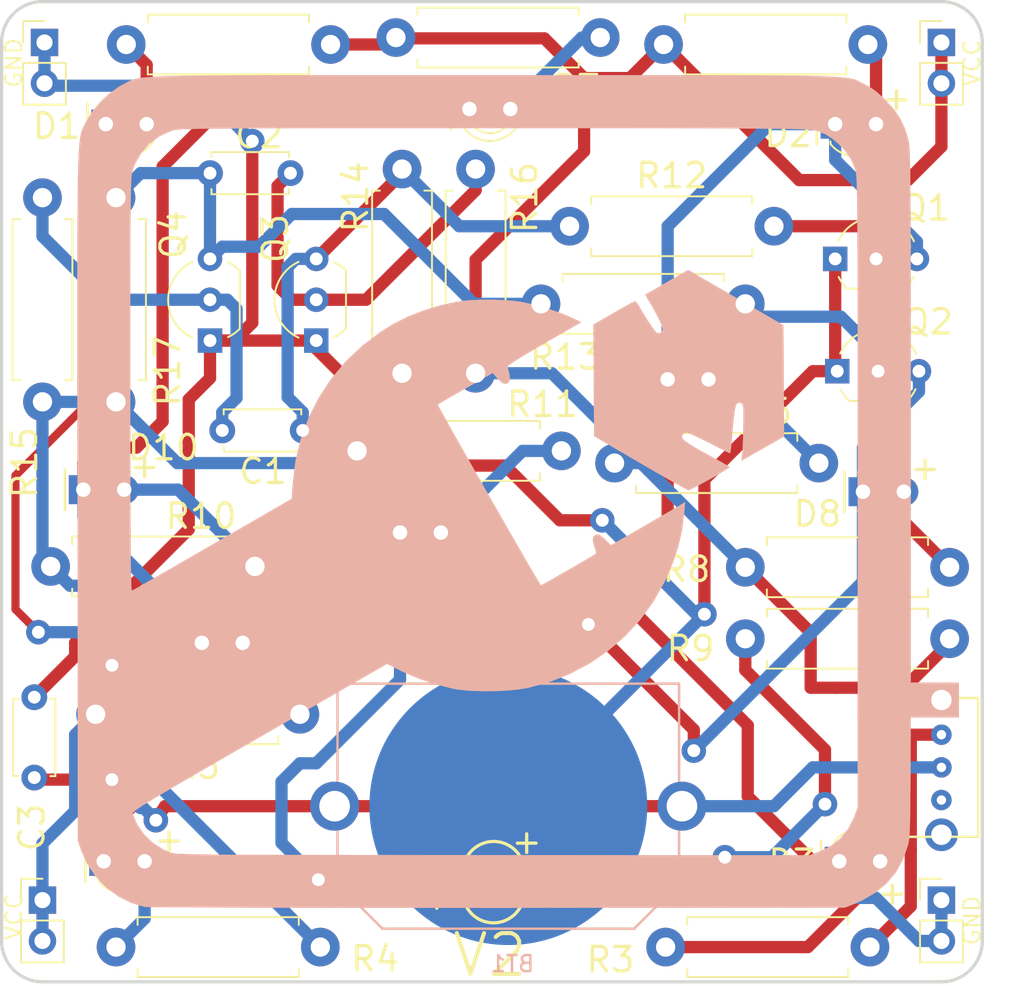
<source format=kicad_pcb>
(kicad_pcb (version 20171130) (host pcbnew "(5.0.1)-4")

  (general
    (thickness 1.6)
    (drawings 28)
    (tracks 259)
    (zones 0)
    (modules 42)
    (nets 23)
  )

  (page A4)
  (layers
    (0 F.Cu signal)
    (31 B.Cu signal)
    (32 B.Adhes user hide)
    (33 F.Adhes user hide)
    (34 B.Paste user hide)
    (35 F.Paste user hide)
    (36 B.SilkS user hide)
    (37 F.SilkS user)
    (38 B.Mask user hide)
    (39 F.Mask user hide)
    (40 Dwgs.User user hide)
    (41 Cmts.User user hide)
    (42 Eco1.User user hide)
    (43 Eco2.User user hide)
    (44 Edge.Cuts user)
    (45 Margin user hide)
    (46 B.CrtYd user hide)
    (47 F.CrtYd user hide)
    (48 B.Fab user hide)
    (49 F.Fab user hide)
  )

  (setup
    (last_trace_width 0.762)
    (trace_clearance 0.508)
    (zone_clearance 0.254)
    (zone_45_only no)
    (trace_min 0.254)
    (segment_width 0.2)
    (edge_width 0.2)
    (via_size 1.524)
    (via_drill 0.8001)
    (via_min_size 1.524)
    (via_min_drill 0.7874)
    (uvia_size 1.524)
    (uvia_drill 0.7874)
    (uvias_allowed no)
    (uvia_min_size 0.254)
    (uvia_min_drill 0.1)
    (pcb_text_width 0.3)
    (pcb_text_size 1.5 1.5)
    (mod_edge_width 0.15)
    (mod_text_size 1 1)
    (mod_text_width 0.15)
    (pad_size 2.54 2.5)
    (pad_drill 0)
    (pad_to_mask_clearance 0.2032)
    (solder_mask_min_width 0.254)
    (aux_axis_origin 0 0)
    (visible_elements 7FFFFFFF)
    (pcbplotparams
      (layerselection 0x010e0_ffffffff)
      (usegerberextensions false)
      (usegerberattributes false)
      (usegerberadvancedattributes false)
      (creategerberjobfile false)
      (excludeedgelayer true)
      (linewidth 0.100000)
      (plotframeref false)
      (viasonmask false)
      (mode 1)
      (useauxorigin false)
      (hpglpennumber 1)
      (hpglpenspeed 20)
      (hpglpendiameter 15.000000)
      (psnegative false)
      (psa4output false)
      (plotreference true)
      (plotvalue true)
      (plotinvisibletext false)
      (padsonsilk false)
      (subtractmaskfromsilk false)
      (outputformat 1)
      (mirror false)
      (drillshape 0)
      (scaleselection 1)
      (outputdirectory "PCB-Order/"))
  )

  (net 0 "")
  (net 1 GND)
  (net 2 "Net-(D1-Pad2)")
  (net 3 "Net-(D2-Pad2)")
  (net 4 "Net-(D3-Pad2)")
  (net 5 "Net-(D4-Pad2)")
  (net 6 "Net-(D5-Pad2)")
  (net 7 "Net-(D6-Pad2)")
  (net 8 VCC)
  (net 9 "Net-(C2-Pad2)")
  (net 10 "Net-(D1-Pad1)")
  (net 11 "Net-(D7-Pad2)")
  (net 12 "Net-(D8-Pad2)")
  (net 13 "Net-(D9-Pad2)")
  (net 14 "Net-(D10-Pad2)")
  (net 15 "Net-(D11-Pad2)")
  (net 16 "Net-(Q1-Pad2)")
  (net 17 "Net-(Q2-Pad2)")
  (net 18 "Net-(BT1-Pad1)")
  (net 19 "Net-(C1-Pad2)")
  (net 20 "Net-(C1-Pad1)")
  (net 21 "Net-(C2-Pad1)")
  (net 22 "Net-(D10-Pad1)")

  (net_class Default "This is the default net class."
    (clearance 0.508)
    (trace_width 0.762)
    (via_dia 1.524)
    (via_drill 0.8001)
    (uvia_dia 1.524)
    (uvia_drill 0.7874)
    (diff_pair_gap 2.54)
    (diff_pair_width 2.54)
    (add_net GND)
    (add_net "Net-(BT1-Pad1)")
    (add_net "Net-(C1-Pad1)")
    (add_net "Net-(C1-Pad2)")
    (add_net "Net-(C2-Pad1)")
    (add_net "Net-(C2-Pad2)")
    (add_net "Net-(D1-Pad1)")
    (add_net "Net-(D1-Pad2)")
    (add_net "Net-(D10-Pad1)")
    (add_net "Net-(D10-Pad2)")
    (add_net "Net-(D11-Pad2)")
    (add_net "Net-(D2-Pad2)")
    (add_net "Net-(D3-Pad2)")
    (add_net "Net-(D4-Pad2)")
    (add_net "Net-(D5-Pad2)")
    (add_net "Net-(D6-Pad2)")
    (add_net "Net-(D7-Pad2)")
    (add_net "Net-(D8-Pad2)")
    (add_net "Net-(D9-Pad2)")
    (add_net "Net-(Q1-Pad2)")
    (add_net "Net-(Q2-Pad2)")
    (add_net VCC)
  )

  (net_class SMT ""
    (clearance 0.508)
    (trace_width 0.508)
    (via_dia 1.524)
    (via_drill 0.8001)
    (uvia_dia 1.524)
    (uvia_drill 0.7874)
    (diff_pair_gap 2.54)
    (diff_pair_width 2.54)
  )

  (module "Rays Footprints:KM-SPDT-Slide" (layer F.Cu) (tedit 5D6459E7) (tstamp 5D644DCC)
    (at 178.308 100.965 270)
    (path /5D646327)
    (fp_text reference SW1 (at 0.254 3.556 270) (layer F.SilkS)
      (effects (font (size 1.524 1.524) (thickness 0.2032)))
    )
    (fp_text value SW_SPDT (at 0 4.572 270) (layer F.Fab)
      (effects (font (size 1 1) (thickness 0.15)))
    )
    (fp_line (start 3.175 -2.54) (end -3.175 -2.54) (layer F.CrtYd) (width 0.15))
    (fp_line (start 3.175 -5.08) (end 3.175 -2.54) (layer F.CrtYd) (width 0.15))
    (fp_line (start -3.175 -5.08) (end 3.175 -5.08) (layer F.CrtYd) (width 0.15))
    (fp_line (start -3.175 -2.54) (end -3.175 -5.08) (layer F.CrtYd) (width 0.15))
    (fp_line (start -4.572 2.54) (end -4.572 -2.54) (layer F.CrtYd) (width 0.15))
    (fp_line (start 4.572 2.54) (end -4.572 2.54) (layer F.CrtYd) (width 0.15))
    (fp_line (start 4.572 -2.54) (end 4.572 2.54) (layer F.CrtYd) (width 0.15))
    (fp_line (start -4.572 -2.54) (end 4.572 -2.54) (layer F.CrtYd) (width 0.15))
    (fp_line (start -4.318 2.286) (end -4.318 -2.286) (layer F.SilkS) (width 0.15))
    (fp_line (start 4.318 2.286) (end -4.318 2.286) (layer F.SilkS) (width 0.15))
    (fp_line (start 4.318 -2.286) (end 4.318 2.286) (layer F.SilkS) (width 0.15))
    (fp_line (start -4.318 -2.286) (end 4.318 -2.286) (layer F.SilkS) (width 0.15))
    (pad 4 thru_hole circle (at 4.191 0 270) (size 2.032 2.032) (drill 1.27) (layers *.Cu *.Mask))
    (pad 4 thru_hole circle (at -4.191 0 270) (size 2.032 2.032) (drill 1.27) (layers *.Cu *.Mask))
    (pad 3 thru_hole circle (at 2.032 0 270) (size 1.27 1.27) (drill 0.5842) (layers *.Cu *.Mask))
    (pad 2 thru_hole circle (at 0 0 270) (size 1.27 1.27) (drill 0.5842) (layers *.Cu *.Mask)
      (net 18 "Net-(BT1-Pad1)"))
    (pad 1 thru_hole circle (at -2.032 0 270) (size 1.27 1.27) (drill 0.5842) (layers *.Cu *.Mask)
      (net 8 VCC))
  )

  (module "Rays Footprints:Keystone-3035-CR2032-Coin" (layer B.Cu) (tedit 5D644FAE) (tstamp 5C708314)
    (at 151.384 103.378 180)
    (path /5C7010F5)
    (fp_text reference BT1 (at -0.254 -9.8044 180) (layer B.SilkS)
      (effects (font (size 1 1) (thickness 0.15)) (justify mirror))
    )
    (fp_text value Battery_Cell (at -0.0508 -7.8232 180) (layer B.Fab)
      (effects (font (size 1 1) (thickness 0.15)) (justify mirror))
    )
    (fp_line (start -10.6172 -4.826) (end -10.6172 -1.5748) (layer B.SilkS) (width 0.1524))
    (fp_line (start -10.6172 1.6002) (end -10.6172 7.62) (layer B.SilkS) (width 0.1524))
    (fp_line (start 10.6172 -4.826) (end 10.6172 -1.5748) (layer B.SilkS) (width 0.1524))
    (fp_circle (center 0 0) (end 10.163175 0) (layer B.Fab) (width 0.1524))
    (fp_line (start -11.176 -10.668) (end 11.176 -10.668) (layer B.CrtYd) (width 0.1524))
    (fp_line (start -11.176 27.432) (end 11.176 27.432) (layer B.CrtYd) (width 0.1524))
    (fp_line (start -11.176 -10.668) (end -11.176 27.432) (layer B.CrtYd) (width 0.1524))
    (fp_line (start 11.176 -10.668) (end 11.176 27.432) (layer B.CrtYd) (width 0.1524))
    (fp_line (start 0 7.874) (end -0.762 8.636) (layer B.SilkS) (width 0.1524))
    (fp_line (start 0 7.874) (end 0.762 8.636) (layer B.SilkS) (width 0.1524))
    (fp_line (start 0 7.874) (end 0 10.414) (layer B.SilkS) (width 0.1524))
    (fp_circle (center -5.6134 -4.318) (end -3.0734 -4.318) (layer B.Fab) (width 0.1524))
    (fp_circle (center 5.6134 -4.318) (end 8.1534 -4.318) (layer B.Fab) (width 0.1524))
    (fp_line (start -7.8232 -7.62) (end -10.6172 -4.826) (layer B.SilkS) (width 0.1524))
    (fp_line (start 7.8232 -7.62) (end -7.8232 -7.62) (layer B.SilkS) (width 0.1524))
    (fp_line (start 10.6172 1.6002) (end 10.6172 7.62) (layer B.SilkS) (width 0.1524))
    (fp_line (start 7.8232 -7.62) (end 10.6172 -4.826) (layer B.SilkS) (width 0.1524))
    (fp_line (start -10.6045 7.62) (end 10.6045 7.62) (layer B.SilkS) (width 0.1524))
    (pad 2 smd circle (at 0 0 180) (size 17.272 17.272) (layers B.Cu B.Paste B.Mask)
      (net 1 GND))
    (pad 1 thru_hole circle (at 10.795 0 180) (size 3.048 3.048) (drill 1.905) (layers *.Cu *.Mask)
      (net 18 "Net-(BT1-Pad1)"))
    (pad 1 thru_hole circle (at -10.795 0 90) (size 3.048 3.048) (drill 1.905) (layers *.Cu *.Mask)
      (net 18 "Net-(BT1-Pad1)"))
  )

  (module TO_SOT_Packages_THT:TO-92_Inline_Wide (layer F.Cu) (tedit 5C703380) (tstamp 5C6F8FA7)
    (at 171.704 69.342)
    (descr "TO-92 leads in-line, wide, drill 0.8mm (see NXP sot054_po.pdf)")
    (tags "to-92 sc-43 sc-43a sot54 PA33 transistor")
    (path /5C6F7B41)
    (fp_text reference Q1 (at 5.6388 -3.175 180) (layer F.SilkS)
      (effects (font (size 1.524 1.524) (thickness 0.2032)))
    )
    (fp_text value 2N3904 (at 2.54 -1.905) (layer F.Fab)
      (effects (font (size 1 1) (thickness 0.15)))
    )
    (fp_text user %R (at 2.54 -3.429 180) (layer F.Fab)
      (effects (font (size 1 1) (thickness 0.15)))
    )
    (fp_line (start 0.74 1.85) (end 4.34 1.85) (layer F.SilkS) (width 0.12))
    (fp_line (start 0.8 1.75) (end 4.3 1.75) (layer F.Fab) (width 0.1))
    (fp_line (start -1.01 -2.73) (end 6.09 -2.73) (layer F.CrtYd) (width 0.05))
    (fp_line (start -1.01 -2.73) (end -1.01 2.01) (layer F.CrtYd) (width 0.05))
    (fp_line (start 6.09 2.01) (end 6.09 -2.73) (layer F.CrtYd) (width 0.05))
    (fp_line (start 6.09 2.01) (end -1.01 2.01) (layer F.CrtYd) (width 0.05))
    (fp_arc (start 2.54 0) (end 0.74 1.85) (angle 20) (layer F.SilkS) (width 0.12))
    (fp_arc (start 2.54 0) (end 2.54 -2.6) (angle -65) (layer F.SilkS) (width 0.12))
    (fp_arc (start 2.54 0) (end 2.54 -2.6) (angle 65) (layer F.SilkS) (width 0.12))
    (fp_arc (start 2.54 0) (end 2.54 -2.48) (angle 135) (layer F.Fab) (width 0.1))
    (fp_arc (start 2.54 0) (end 2.54 -2.48) (angle -135) (layer F.Fab) (width 0.1))
    (fp_arc (start 2.54 0) (end 4.34 1.85) (angle -20) (layer F.SilkS) (width 0.12))
    (pad 2 thru_hole circle (at 2.54 0 90) (size 1.52 1.52) (drill 0.8) (layers *.Cu *.Mask)
      (net 16 "Net-(Q1-Pad2)"))
    (pad 3 thru_hole circle (at 5.08 0 90) (size 1.52 1.52) (drill 0.8) (layers *.Cu *.Mask)
      (net 10 "Net-(D1-Pad1)"))
    (pad 1 thru_hole rect (at 0 0 90) (size 1.52 1.52) (drill 0.8) (layers *.Cu *.Mask)
      (net 1 GND))
    (model ${KISYS3DMOD}/TO_SOT_Packages_THT.3dshapes/TO-92_Inline_Wide.wrl
      (offset (xyz 2.539999961853027 0 0))
      (scale (xyz 1 1 1))
      (rotate (xyz 0 0 -90))
    )
  )

  (module TO_SOT_Packages_THT:TO-92_Inline_Wide (layer F.Cu) (tedit 5C70337C) (tstamp 5C6F8F6E)
    (at 171.831 76.327)
    (descr "TO-92 leads in-line, wide, drill 0.8mm (see NXP sot054_po.pdf)")
    (tags "to-92 sc-43 sc-43a sot54 PA33 transistor")
    (path /5C77F2AF)
    (fp_text reference Q2 (at 5.6642 -3.0734 180) (layer F.SilkS)
      (effects (font (size 1.524 1.524) (thickness 0.2032)))
    )
    (fp_text value 2N3904 (at 2.413 -1.905) (layer F.Fab)
      (effects (font (size 1 1) (thickness 0.15)))
    )
    (fp_arc (start 2.54 0) (end 4.34 1.85) (angle -20) (layer F.SilkS) (width 0.12))
    (fp_arc (start 2.54 0) (end 2.54 -2.48) (angle -135) (layer F.Fab) (width 0.1))
    (fp_arc (start 2.54 0) (end 2.54 -2.48) (angle 135) (layer F.Fab) (width 0.1))
    (fp_arc (start 2.54 0) (end 2.54 -2.6) (angle 65) (layer F.SilkS) (width 0.12))
    (fp_arc (start 2.54 0) (end 2.54 -2.6) (angle -65) (layer F.SilkS) (width 0.12))
    (fp_arc (start 2.54 0) (end 0.74 1.85) (angle 20) (layer F.SilkS) (width 0.12))
    (fp_line (start 6.09 2.01) (end -1.01 2.01) (layer F.CrtYd) (width 0.05))
    (fp_line (start 6.09 2.01) (end 6.09 -2.73) (layer F.CrtYd) (width 0.05))
    (fp_line (start -1.01 -2.73) (end -1.01 2.01) (layer F.CrtYd) (width 0.05))
    (fp_line (start -1.01 -2.73) (end 6.09 -2.73) (layer F.CrtYd) (width 0.05))
    (fp_line (start 0.8 1.75) (end 4.3 1.75) (layer F.Fab) (width 0.1))
    (fp_line (start 0.74 1.85) (end 4.34 1.85) (layer F.SilkS) (width 0.12))
    (fp_text user %R (at 2.54 -3.175 180) (layer F.Fab)
      (effects (font (size 1 1) (thickness 0.15)))
    )
    (pad 1 thru_hole rect (at 0 0 90) (size 1.52 1.52) (drill 0.8) (layers *.Cu *.Mask)
      (net 1 GND))
    (pad 3 thru_hole circle (at 5.08 0 90) (size 1.52 1.52) (drill 0.8) (layers *.Cu *.Mask)
      (net 22 "Net-(D10-Pad1)"))
    (pad 2 thru_hole circle (at 2.54 0 90) (size 1.52 1.52) (drill 0.8) (layers *.Cu *.Mask)
      (net 17 "Net-(Q2-Pad2)"))
    (model ${KISYS3DMOD}/TO_SOT_Packages_THT.3dshapes/TO-92_Inline_Wide.wrl
      (offset (xyz 2.539999961853027 0 0))
      (scale (xyz 1 1 1))
      (rotate (xyz 0 0 -90))
    )
  )

  (module TO_SOT_Packages_THT:TO-92_Inline_Wide (layer F.Cu) (tedit 5C704004) (tstamp 5C707D65)
    (at 139.446 74.422 90)
    (descr "TO-92 leads in-line, wide, drill 0.8mm (see NXP sot054_po.pdf)")
    (tags "to-92 sc-43 sc-43a sot54 PA33 transistor")
    (path /5C75AB19)
    (fp_text reference Q3 (at 6.35 -2.54 270) (layer F.SilkS)
      (effects (font (size 1.524 1.524) (thickness 0.2032)))
    )
    (fp_text value 2N3904 (at 2.54 2.79 90) (layer F.Fab)
      (effects (font (size 1 1) (thickness 0.15)))
    )
    (fp_arc (start 2.54 0) (end 4.34 1.85) (angle -20) (layer F.SilkS) (width 0.12))
    (fp_arc (start 2.54 0) (end 2.54 -2.48) (angle -135) (layer F.Fab) (width 0.1))
    (fp_arc (start 2.54 0) (end 2.54 -2.48) (angle 135) (layer F.Fab) (width 0.1))
    (fp_arc (start 2.54 0) (end 2.54 -2.6) (angle 65) (layer F.SilkS) (width 0.12))
    (fp_arc (start 2.54 0) (end 2.54 -2.6) (angle -65) (layer F.SilkS) (width 0.12))
    (fp_arc (start 2.54 0) (end 0.74 1.85) (angle 20) (layer F.SilkS) (width 0.12))
    (fp_line (start 6.09 2.01) (end -1.01 2.01) (layer F.CrtYd) (width 0.05))
    (fp_line (start 6.09 2.01) (end 6.09 -2.73) (layer F.CrtYd) (width 0.05))
    (fp_line (start -1.01 -2.73) (end -1.01 2.01) (layer F.CrtYd) (width 0.05))
    (fp_line (start -1.01 -2.73) (end 6.09 -2.73) (layer F.CrtYd) (width 0.05))
    (fp_line (start 0.8 1.75) (end 4.3 1.75) (layer F.Fab) (width 0.1))
    (fp_line (start 0.74 1.85) (end 4.34 1.85) (layer F.SilkS) (width 0.12))
    (fp_text user %R (at 2.54 -3.56 270) (layer F.Fab)
      (effects (font (size 1 1) (thickness 0.15)))
    )
    (pad 1 thru_hole rect (at 0 0 180) (size 1.52 1.52) (drill 0.8) (layers *.Cu *.Mask)
      (net 1 GND))
    (pad 3 thru_hole circle (at 5.08 0 180) (size 1.52 1.52) (drill 0.8) (layers *.Cu *.Mask)
      (net 20 "Net-(C1-Pad1)"))
    (pad 2 thru_hole circle (at 2.54 0 180) (size 1.52 1.52) (drill 0.8) (layers *.Cu *.Mask)
      (net 21 "Net-(C2-Pad1)"))
    (model ${KISYS3DMOD}/TO_SOT_Packages_THT.3dshapes/TO-92_Inline_Wide.wrl
      (offset (xyz 2.539999961853027 0 0))
      (scale (xyz 1 1 1))
      (rotate (xyz 0 0 -90))
    )
  )

  (module TO_SOT_Packages_THT:TO-92_Inline_Wide (layer F.Cu) (tedit 5C703FFD) (tstamp 5C706D77)
    (at 132.842 74.422 90)
    (descr "TO-92 leads in-line, wide, drill 0.8mm (see NXP sot054_po.pdf)")
    (tags "to-92 sc-43 sc-43a sot54 PA33 transistor")
    (path /5C75AA23)
    (fp_text reference Q4 (at 6.604 -2.286 270) (layer F.SilkS)
      (effects (font (size 1.524 1.524) (thickness 0.2032)))
    )
    (fp_text value 2N3904 (at 2.54 2.79 90) (layer F.Fab)
      (effects (font (size 1 1) (thickness 0.15)))
    )
    (fp_text user %R (at 2.54 -3.56 270) (layer F.Fab)
      (effects (font (size 1 1) (thickness 0.15)))
    )
    (fp_line (start 0.74 1.85) (end 4.34 1.85) (layer F.SilkS) (width 0.12))
    (fp_line (start 0.8 1.75) (end 4.3 1.75) (layer F.Fab) (width 0.1))
    (fp_line (start -1.01 -2.73) (end 6.09 -2.73) (layer F.CrtYd) (width 0.05))
    (fp_line (start -1.01 -2.73) (end -1.01 2.01) (layer F.CrtYd) (width 0.05))
    (fp_line (start 6.09 2.01) (end 6.09 -2.73) (layer F.CrtYd) (width 0.05))
    (fp_line (start 6.09 2.01) (end -1.01 2.01) (layer F.CrtYd) (width 0.05))
    (fp_arc (start 2.54 0) (end 0.74 1.85) (angle 20) (layer F.SilkS) (width 0.12))
    (fp_arc (start 2.54 0) (end 2.54 -2.6) (angle -65) (layer F.SilkS) (width 0.12))
    (fp_arc (start 2.54 0) (end 2.54 -2.6) (angle 65) (layer F.SilkS) (width 0.12))
    (fp_arc (start 2.54 0) (end 2.54 -2.48) (angle 135) (layer F.Fab) (width 0.1))
    (fp_arc (start 2.54 0) (end 2.54 -2.48) (angle -135) (layer F.Fab) (width 0.1))
    (fp_arc (start 2.54 0) (end 4.34 1.85) (angle -20) (layer F.SilkS) (width 0.12))
    (pad 2 thru_hole circle (at 2.54 0 180) (size 1.52 1.52) (drill 0.8) (layers *.Cu *.Mask)
      (net 19 "Net-(C1-Pad2)"))
    (pad 3 thru_hole circle (at 5.08 0 180) (size 1.52 1.52) (drill 0.8) (layers *.Cu *.Mask)
      (net 9 "Net-(C2-Pad2)"))
    (pad 1 thru_hole rect (at 0 0 180) (size 1.52 1.52) (drill 0.8) (layers *.Cu *.Mask)
      (net 1 GND))
    (model ${KISYS3DMOD}/TO_SOT_Packages_THT.3dshapes/TO-92_Inline_Wide.wrl
      (offset (xyz 2.539999961853027 0 0))
      (scale (xyz 1 1 1))
      (rotate (xyz 0 0 -90))
    )
  )

  (module Capacitors_THT:C_Disc_D4.7mm_W2.5mm_P5.00mm (layer F.Cu) (tedit 5C7042BA) (tstamp 5C707106)
    (at 138.604 80.01 180)
    (descr "C, Disc series, Radial, pin pitch=5.00mm, , diameter*width=4.7*2.5mm^2, Capacitor, http://www.vishay.com/docs/45233/krseries.pdf")
    (tags "C Disc series Radial pin pitch 5.00mm  diameter 4.7mm width 2.5mm Capacitor")
    (path /5C6F7D25)
    (fp_text reference C1 (at 2.46 -2.54 180) (layer F.SilkS)
      (effects (font (size 1.524 1.524) (thickness 0.2032)))
    )
    (fp_text value 10u (at 2.5 2.56 180) (layer F.Fab)
      (effects (font (size 1 1) (thickness 0.15)))
    )
    (fp_text user %R (at 2.5 0 180) (layer F.Fab)
      (effects (font (size 1 1) (thickness 0.15)))
    )
    (fp_line (start 6.05 -1.6) (end -1.05 -1.6) (layer F.CrtYd) (width 0.05))
    (fp_line (start 6.05 1.6) (end 6.05 -1.6) (layer F.CrtYd) (width 0.05))
    (fp_line (start -1.05 1.6) (end 6.05 1.6) (layer F.CrtYd) (width 0.05))
    (fp_line (start -1.05 -1.6) (end -1.05 1.6) (layer F.CrtYd) (width 0.05))
    (fp_line (start 4.91 0.996) (end 4.91 1.31) (layer F.SilkS) (width 0.12))
    (fp_line (start 4.91 -1.31) (end 4.91 -0.996) (layer F.SilkS) (width 0.12))
    (fp_line (start 0.09 0.996) (end 0.09 1.31) (layer F.SilkS) (width 0.12))
    (fp_line (start 0.09 -1.31) (end 0.09 -0.996) (layer F.SilkS) (width 0.12))
    (fp_line (start 0.09 1.31) (end 4.91 1.31) (layer F.SilkS) (width 0.12))
    (fp_line (start 0.09 -1.31) (end 4.91 -1.31) (layer F.SilkS) (width 0.12))
    (fp_line (start 4.85 -1.25) (end 0.15 -1.25) (layer F.Fab) (width 0.1))
    (fp_line (start 4.85 1.25) (end 4.85 -1.25) (layer F.Fab) (width 0.1))
    (fp_line (start 0.15 1.25) (end 4.85 1.25) (layer F.Fab) (width 0.1))
    (fp_line (start 0.15 -1.25) (end 0.15 1.25) (layer F.Fab) (width 0.1))
    (pad 2 thru_hole circle (at 5 0 180) (size 1.6 1.6) (drill 0.8) (layers *.Cu *.Mask)
      (net 19 "Net-(C1-Pad2)"))
    (pad 1 thru_hole circle (at 0 0 180) (size 1.6 1.6) (drill 0.8) (layers *.Cu *.Mask)
      (net 20 "Net-(C1-Pad1)"))
    (model ${KISYS3DMOD}/Capacitors_THT.3dshapes/C_Disc_D4.7mm_W2.5mm_P5.00mm.wrl
      (at (xyz 0 0 0))
      (scale (xyz 1 1 1))
      (rotate (xyz 0 0 0))
    )
  )

  (module Capacitors_THT:C_Disc_D4.7mm_W2.5mm_P5.00mm (layer F.Cu) (tedit 5C70400A) (tstamp 5C707C06)
    (at 137.842 64.008 180)
    (descr "C, Disc series, Radial, pin pitch=5.00mm, , diameter*width=4.7*2.5mm^2, Capacitor, http://www.vishay.com/docs/45233/krseries.pdf")
    (tags "C Disc series Radial pin pitch 5.00mm  diameter 4.7mm width 2.5mm Capacitor")
    (path /5C7550CD)
    (fp_text reference C2 (at 1.952 2.3368 180) (layer F.SilkS)
      (effects (font (size 1.524 1.524) (thickness 0.2032)))
    )
    (fp_text value 10u (at 2.5 2.56 180) (layer F.Fab)
      (effects (font (size 1 1) (thickness 0.15)))
    )
    (fp_text user %R (at 2.5 0 180) (layer F.Fab)
      (effects (font (size 1 1) (thickness 0.15)))
    )
    (fp_line (start 6.05 -1.6) (end -1.05 -1.6) (layer F.CrtYd) (width 0.05))
    (fp_line (start 6.05 1.6) (end 6.05 -1.6) (layer F.CrtYd) (width 0.05))
    (fp_line (start -1.05 1.6) (end 6.05 1.6) (layer F.CrtYd) (width 0.05))
    (fp_line (start -1.05 -1.6) (end -1.05 1.6) (layer F.CrtYd) (width 0.05))
    (fp_line (start 4.91 0.996) (end 4.91 1.31) (layer F.SilkS) (width 0.12))
    (fp_line (start 4.91 -1.31) (end 4.91 -0.996) (layer F.SilkS) (width 0.12))
    (fp_line (start 0.09 0.996) (end 0.09 1.31) (layer F.SilkS) (width 0.12))
    (fp_line (start 0.09 -1.31) (end 0.09 -0.996) (layer F.SilkS) (width 0.12))
    (fp_line (start 0.09 1.31) (end 4.91 1.31) (layer F.SilkS) (width 0.12))
    (fp_line (start 0.09 -1.31) (end 4.91 -1.31) (layer F.SilkS) (width 0.12))
    (fp_line (start 4.85 -1.25) (end 0.15 -1.25) (layer F.Fab) (width 0.1))
    (fp_line (start 4.85 1.25) (end 4.85 -1.25) (layer F.Fab) (width 0.1))
    (fp_line (start 0.15 1.25) (end 4.85 1.25) (layer F.Fab) (width 0.1))
    (fp_line (start 0.15 -1.25) (end 0.15 1.25) (layer F.Fab) (width 0.1))
    (pad 2 thru_hole circle (at 5 0 180) (size 1.6 1.6) (drill 0.8) (layers *.Cu *.Mask)
      (net 9 "Net-(C2-Pad2)"))
    (pad 1 thru_hole circle (at 0 0 180) (size 1.6 1.6) (drill 0.8) (layers *.Cu *.Mask)
      (net 21 "Net-(C2-Pad1)"))
    (model ${KISYS3DMOD}/Capacitors_THT.3dshapes/C_Disc_D4.7mm_W2.5mm_P5.00mm.wrl
      (at (xyz 0 0 0))
      (scale (xyz 1 1 1))
      (rotate (xyz 0 0 0))
    )
  )

  (module km-noob-badge-kit:km-logo-back-silkscreen (layer F.Cu) (tedit 5C7049FC) (tstamp 5C7091E4)
    (at 150.495 83.82)
    (path /5C6F8B27)
    (fp_text reference KM_LOGO1 (at -1.3462 12.5984) (layer F.SilkS) hide
      (effects (font (size 1.524 1.524) (thickness 0.3)))
    )
    (fp_text value KM_LOGO_FOOTPRINT (at 1.27 15.1384) (layer F.SilkS) hide
      (effects (font (size 1.524 1.524) (thickness 0.3)))
    )
    (fp_poly (pts (xy 17.991667 -10.353404) (xy 18.011727 -6.891202) (xy 18.031786 -3.429) (xy 17.208232 -2.963333)
      (xy 16.809195 -2.73729) (xy 16.403742 -2.506921) (xy 16.050792 -2.305732) (xy 15.88595 -2.211366)
      (xy 15.387222 -1.925066) (xy 15.440676 -2.465366) (xy 15.461161 -2.758837) (xy 15.479056 -3.17421)
      (xy 15.493341 -3.664062) (xy 15.502997 -4.18097) (xy 15.507005 -4.67751) (xy 15.504344 -5.106259)
      (xy 15.500791 -5.261441) (xy 15.438558 -5.459083) (xy 15.299872 -5.551936) (xy 15.134802 -5.513036)
      (xy 15.095433 -5.479719) (xy 15.034007 -5.35175) (xy 14.974165 -5.08787) (xy 14.914859 -4.680415)
      (xy 14.855043 -4.121724) (xy 14.793668 -3.404131) (xy 14.771113 -3.1071) (xy 14.740742 -2.779606)
      (xy 14.705879 -2.531546) (xy 14.672212 -2.399311) (xy 14.658612 -2.387433) (xy 14.567801 -2.432315)
      (xy 14.351534 -2.540955) (xy 14.035351 -2.700472) (xy 13.644792 -2.897983) (xy 13.27596 -3.084829)
      (xy 12.787709 -3.32973) (xy 12.426841 -3.503021) (xy 12.171505 -3.613109) (xy 11.999848 -3.6684)
      (xy 11.890019 -3.677302) (xy 11.820165 -3.64822) (xy 11.817381 -3.645962) (xy 11.717675 -3.543593)
      (xy 11.680163 -3.44002) (xy 11.717054 -3.32501) (xy 11.840557 -3.18833) (xy 12.062882 -3.019745)
      (xy 12.396239 -2.809023) (xy 12.852837 -2.545929) (xy 13.444886 -2.220231) (xy 13.6525 -2.107832)
      (xy 14.018382 -1.906989) (xy 14.323205 -1.733451) (xy 14.539615 -1.603264) (xy 14.64026 -1.532473)
      (xy 14.644153 -1.526133) (xy 14.572788 -1.466812) (xy 14.381584 -1.344413) (xy 14.100101 -1.175562)
      (xy 13.757901 -0.976884) (xy 13.384547 -0.765007) (xy 13.0096 -0.556556) (xy 12.662622 -0.368159)
      (xy 12.373173 -0.216442) (xy 12.170817 -0.118031) (xy 12.08844 -0.088719) (xy 11.993637 -0.131025)
      (xy 11.769218 -0.24996) (xy 11.431529 -0.436307) (xy 10.996916 -0.680852) (xy 10.481725 -0.974379)
      (xy 9.902301 -1.307674) (xy 9.274991 -1.671521) (xy 9.101667 -1.772555) (xy 6.223 -3.452337)
      (xy 6.200902 -6.924326) (xy 6.178803 -10.396315) (xy 7.440174 -11.124824) (xy 7.857721 -11.363601)
      (xy 8.225543 -11.569445) (xy 8.51824 -11.728502) (xy 8.710411 -11.826918) (xy 8.774606 -11.852681)
      (xy 8.854838 -11.7846) (xy 8.97702 -11.612101) (xy 9.047512 -11.492848) (xy 9.253144 -11.138092)
      (xy 9.477319 -10.775357) (xy 9.699119 -10.435786) (xy 9.897623 -10.150519) (xy 10.051915 -9.950697)
      (xy 10.138834 -9.868234) (xy 10.334811 -9.863004) (xy 10.469619 -9.983566) (xy 10.496439 -10.105558)
      (xy 10.451414 -10.278899) (xy 10.326851 -10.570796) (xy 10.134614 -10.957258) (xy 9.886569 -11.414295)
      (xy 9.627476 -11.862676) (xy 9.395768 -12.253019) (xy 10.391718 -12.826802) (xy 10.793769 -13.058473)
      (xy 11.174469 -13.27792) (xy 11.493573 -13.461938) (xy 11.710834 -13.587322) (xy 11.727523 -13.596963)
      (xy 12.067379 -13.793342) (xy 17.991667 -10.353404)) (layer B.SilkS) (width 0.01))
    (fp_poly (pts (xy -6.08759 -25.905587) (xy -4.110666 -25.905372) (xy -1.9762 -25.905146) (xy 0 -25.90506)
      (xy 2.275696 -25.905172) (xy 4.388384 -25.905405) (xy 6.344391 -25.905607) (xy 8.150043 -25.905622)
      (xy 9.811666 -25.905299) (xy 11.335585 -25.904482) (xy 12.728128 -25.903018) (xy 13.995619 -25.900753)
      (xy 15.144385 -25.897534) (xy 16.180752 -25.893207) (xy 17.111045 -25.887619) (xy 17.941592 -25.880615)
      (xy 18.678717 -25.872041) (xy 19.328746 -25.861745) (xy 19.898007 -25.849573) (xy 20.392824 -25.83537)
      (xy 20.819524 -25.818984) (xy 21.184432 -25.800259) (xy 21.493875 -25.779044) (xy 21.754179 -25.755183)
      (xy 21.971669 -25.728524) (xy 22.152672 -25.698912) (xy 22.303514 -25.666194) (xy 22.43052 -25.630216)
      (xy 22.540017 -25.590825) (xy 22.63833 -25.547866) (xy 22.731786 -25.501187) (xy 22.82671 -25.450633)
      (xy 22.929429 -25.39605) (xy 23.029334 -25.345521) (xy 23.422265 -25.127828) (xy 23.788781 -24.862978)
      (xy 24.180289 -24.512049) (xy 24.344759 -24.34959) (xy 24.864654 -23.772007) (xy 25.254087 -23.20452)
      (xy 25.541452 -22.598583) (xy 25.740746 -21.962871) (xy 25.758357 -21.891479) (xy 25.774687 -21.815924)
      (xy 25.789784 -21.729852) (xy 25.803697 -21.62691) (xy 25.816473 -21.500743) (xy 25.828161 -21.344997)
      (xy 25.838809 -21.15332) (xy 25.848467 -20.919356) (xy 25.857181 -20.636752) (xy 25.865002 -20.299154)
      (xy 25.871976 -19.900209) (xy 25.878153 -19.433562) (xy 25.883581 -18.89286) (xy 25.888308 -18.271748)
      (xy 25.892382 -17.563874) (xy 25.895853 -16.762882) (xy 25.898767 -15.86242) (xy 25.901175 -14.856133)
      (xy 25.903124 -13.737667) (xy 25.904662 -12.500669) (xy 25.905838 -11.138785) (xy 25.9067 -9.645661)
      (xy 25.907297 -8.014942) (xy 25.907678 -6.240276) (xy 25.907889 -4.315309) (xy 25.907981 -2.233685)
      (xy 25.908 0) (xy 25.907983 2.24351) (xy 25.9079 4.324044) (xy 25.907702 6.247957)
      (xy 25.907339 8.021607) (xy 25.906763 9.651349) (xy 25.905924 11.143541) (xy 25.904773 12.504539)
      (xy 25.903262 13.740699) (xy 25.901341 14.858379) (xy 25.898961 15.863934) (xy 25.896073 16.763721)
      (xy 25.892628 17.564097) (xy 25.888578 18.271418) (xy 25.883872 18.892041) (xy 25.878461 19.432322)
      (xy 25.872298 19.898618) (xy 25.865332 20.297286) (xy 25.857515 20.634682) (xy 25.848797 20.917162)
      (xy 25.83913 21.151083) (xy 25.828464 21.342802) (xy 25.816751 21.498676) (xy 25.80394 21.625059)
      (xy 25.789984 21.728311) (xy 25.774833 21.814786) (xy 25.758438 21.890841) (xy 25.74075 21.962834)
      (xy 25.738384 21.972107) (xy 25.430761 22.867758) (xy 24.991747 23.659135) (xy 24.419371 24.34835)
      (xy 23.711661 24.937511) (xy 22.866648 25.428731) (xy 22.271406 25.685608) (xy 21.801667 25.865667)
      (xy 0.211667 25.878045) (xy -1.692925 25.87887) (xy -3.555173 25.879154) (xy -5.36783 25.878914)
      (xy -7.123648 25.878169) (xy -8.815381 25.876938) (xy -10.435779 25.875239) (xy -11.977597 25.873091)
      (xy -13.433585 25.870512) (xy -14.796496 25.867521) (xy -16.059084 25.864136) (xy -17.214099 25.860376)
      (xy -18.254296 25.856259) (xy -19.172425 25.851805) (xy -19.961239 25.84703) (xy -20.613491 25.841955)
      (xy -21.121933 25.836598) (xy -21.479318 25.830976) (xy -21.678398 25.825109) (xy -21.717 25.821958)
      (xy -22.575544 25.564151) (xy -23.376123 25.157853) (xy -24.100888 24.619084) (xy -24.731988 23.963864)
      (xy -25.251573 23.208216) (xy -25.641793 22.36816) (xy -25.677408 22.267334) (xy -25.865666 21.717)
      (xy -25.887805 0.274412) (xy -25.890283 -2.015532) (xy -25.892719 -4.14243) (xy -25.894965 -6.112567)
      (xy -25.895563 -6.682279) (xy -22.606 -6.682279) (xy -22.605754 -4.896738) (xy -22.604979 -3.273787)
      (xy -22.60362 -1.806684) (xy -22.601621 -0.488687) (xy -22.598926 0.686948) (xy -22.59548 1.726961)
      (xy -22.591227 2.638097) (xy -22.586112 3.427096) (xy -22.580079 4.100702) (xy -22.573073 4.665657)
      (xy -22.565037 5.128703) (xy -22.555916 5.496583) (xy -22.545656 5.776039) (xy -22.534199 5.973813)
      (xy -22.521491 6.096649) (xy -22.507476 6.151287) (xy -22.500166 6.155229) (xy -22.410531 6.106438)
      (xy -22.186655 5.979935) (xy -21.840873 5.7828) (xy -21.385517 5.522117) (xy -20.83292 5.204965)
      (xy -20.195415 4.838429) (xy -19.485336 4.429588) (xy -18.715016 3.985526) (xy -17.896787 3.513323)
      (xy -17.483666 3.274719) (xy -12.573 0.437764) (xy -12.516393 -0.462279) (xy -12.344022 -1.887677)
      (xy -12.013149 -3.264683) (xy -11.53027 -4.582976) (xy -10.90188 -5.832235) (xy -10.134474 -7.002141)
      (xy -9.23455 -8.082374) (xy -8.208601 -9.062613) (xy -7.063124 -9.932539) (xy -6.230276 -10.449529)
      (xy -5.344216 -10.892164) (xy -4.349737 -11.280942) (xy -3.304171 -11.596649) (xy -2.26485 -11.820071)
      (xy -2.032 -11.856488) (xy -1.501243 -11.909662) (xy -0.861209 -11.937421) (xy -0.167869 -11.940447)
      (xy 0.522809 -11.919421) (xy 1.154856 -11.875025) (xy 1.651 -11.811654) (xy 2.259272 -11.683858)
      (xy 2.94314 -11.501904) (xy 3.642039 -11.284647) (xy 4.295405 -11.050941) (xy 4.842673 -10.81964)
      (xy 4.852656 -10.814914) (xy 5.429645 -10.541) (xy 3.116989 -9.210917) (xy 2.436668 -8.815621)
      (xy 1.865872 -8.475575) (xy 1.412634 -8.195851) (xy 1.084984 -7.981521) (xy 0.890955 -7.837654)
      (xy 0.837452 -7.771583) (xy 0.950771 -7.350411) (xy 0.993045 -7.058581) (xy 0.966642 -6.872841)
      (xy 0.934389 -6.819348) (xy 0.761671 -6.701716) (xy 0.559136 -6.738571) (xy 0.317396 -6.93278)
      (xy 0.223412 -7.036559) (xy -0.074371 -7.384452) (xy -1.751686 -6.431152) (xy -2.235854 -6.155149)
      (xy -2.670989 -5.905524) (xy -3.035328 -5.694891) (xy -3.307109 -5.535862) (xy -3.464572 -5.441049)
      (xy -3.494036 -5.421323) (xy -3.459467 -5.344691) (xy -3.348159 -5.135115) (xy -3.167954 -4.806347)
      (xy -2.926696 -4.372138) (xy -2.63223 -3.846239) (xy -2.292399 -3.242401) (xy -1.915046 -2.574376)
      (xy -1.508015 -1.855915) (xy -1.07915 -1.100769) (xy -0.636294 -0.322689) (xy -0.187292 0.464572)
      (xy 0.260014 1.247265) (xy 0.69778 2.011637) (xy 1.118161 2.743937) (xy 1.513315 3.430415)
      (xy 1.875398 4.057319) (xy 2.196566 4.610897) (xy 2.468975 5.077398) (xy 2.684782 5.443071)
      (xy 2.836142 5.694166) (xy 2.915214 5.816929) (xy 2.918948 5.821747) (xy 2.992361 5.786837)
      (xy 3.187 5.680537) (xy 3.478052 5.517172) (xy 3.840706 5.311066) (xy 4.25015 5.076545)
      (xy 4.681573 4.827932) (xy 5.110163 4.579555) (xy 5.511109 4.345736) (xy 5.859599 4.140801)
      (xy 6.130821 3.979075) (xy 6.299964 3.874883) (xy 6.343815 3.844408) (xy 6.339464 3.750062)
      (xy 6.28653 3.550466) (xy 6.23593 3.399758) (xy 6.14441 3.057568) (xy 6.163158 2.827528)
      (xy 6.295584 2.690426) (xy 6.367002 2.661604) (xy 6.507413 2.664728) (xy 6.685681 2.770306)
      (xy 6.903933 2.966866) (xy 7.270173 3.326304) (xy 9.371253 2.11389) (xy 9.922127 1.795569)
      (xy 10.433435 1.499272) (xy 10.884362 1.237126) (xy 11.254095 1.021258) (xy 11.52182 0.863796)
      (xy 11.666722 0.776868) (xy 11.676569 0.770668) (xy 11.880805 0.639859) (xy 11.821078 1.356033)
      (xy 11.688963 2.392261) (xy 11.462579 3.390265) (xy 11.129141 4.394278) (xy 10.675868 5.448537)
      (xy 10.581622 5.644883) (xy 9.897322 6.859882) (xy 9.078137 7.981292) (xy 8.136024 8.999857)
      (xy 7.082938 9.906317) (xy 5.930835 10.691417) (xy 4.691671 11.345898) (xy 3.377401 11.860502)
      (xy 2.112998 12.202274) (xy 1.521364 12.299297) (xy 0.821623 12.366132) (xy 0.06116 12.402272)
      (xy -0.712637 12.407208) (xy -1.452383 12.380433) (xy -2.110692 12.321439) (xy -2.54 12.25214)
      (xy -3.648803 11.972909) (xy -4.725645 11.609133) (xy -5.70707 11.18251) (xy -5.790876 11.140595)
      (xy -6.644915 10.708113) (xy -14.582937 15.278624) (xy -15.843465 16.004704) (xy -16.964889 16.651427)
      (xy -17.95508 17.223526) (xy -18.821913 17.725737) (xy -19.573258 18.162793) (xy -20.216988 18.53943)
      (xy -20.760976 18.860382) (xy -21.213095 19.130383) (xy -21.581217 19.354168) (xy -21.873213 19.536471)
      (xy -22.096958 19.682027) (xy -22.260323 19.795571) (xy -22.371181 19.881837) (xy -22.437405 19.94556)
      (xy -22.466866 19.991474) (xy -22.468585 20.021067) (xy -22.172268 20.711387) (xy -21.735502 21.330403)
      (xy -21.179898 21.855893) (xy -20.527071 22.265637) (xy -20.115449 22.440412) (xy -20.062861 22.457208)
      (xy -19.998761 22.472736) (xy -19.916606 22.48705) (xy -19.809854 22.500201) (xy -19.671963 22.512242)
      (xy -19.49639 22.523224) (xy -19.276594 22.533198) (xy -19.006032 22.542218) (xy -18.678161 22.550334)
      (xy -18.286441 22.5576) (xy -17.824328 22.564066) (xy -17.285279 22.569784) (xy -16.662754 22.574807)
      (xy -15.950209 22.579187) (xy -15.141103 22.582974) (xy -14.228893 22.586222) (xy -13.207036 22.588982)
      (xy -12.068991 22.591306) (xy -10.808216 22.593246) (xy -9.418168 22.594854) (xy -7.892304 22.596181)
      (xy -6.224084 22.59728) (xy -4.406963 22.598203) (xy -2.434401 22.599001) (xy -0.299855 22.599727)
      (xy -0.025018 22.599814) (xy 19.634964 22.606) (xy 20.180263 22.408067) (xy 20.898614 22.061727)
      (xy 21.508362 21.587448) (xy 22.000495 20.994243) (xy 22.365999 20.291125) (xy 22.408067 20.180263)
      (xy 22.606 19.634964) (xy 22.606 0.009403) (xy 22.60597 -2.141568) (xy 22.605844 -4.129777)
      (xy 22.605569 -5.961797) (xy 22.605093 -7.6442) (xy 22.604365 -9.183558) (xy 22.60333 -10.586441)
      (xy 22.601936 -11.859424) (xy 22.600132 -13.009077) (xy 22.597864 -14.041972) (xy 22.59508 -14.964681)
      (xy 22.591728 -15.783777) (xy 22.587755 -16.505832) (xy 22.583108 -17.137416) (xy 22.577734 -17.685103)
      (xy 22.571582 -18.155464) (xy 22.564599 -18.555072) (xy 22.556733 -18.890497) (xy 22.54793 -19.168313)
      (xy 22.538138 -19.39509) (xy 22.527305 -19.577402) (xy 22.515378 -19.72182) (xy 22.502305 -19.834916)
      (xy 22.488033 -19.923262) (xy 22.472509 -19.99343) (xy 22.455682 -20.051991) (xy 22.445417 -20.082899)
      (xy 22.192043 -20.667074) (xy 21.846883 -21.176955) (xy 21.450435 -21.598238) (xy 21.015295 -21.971435)
      (xy 20.598283 -22.234283) (xy 20.135775 -22.424727) (xy 19.987133 -22.470927) (xy 19.924991 -22.485858)
      (xy 19.839859 -22.499659) (xy 19.725254 -22.512374) (xy 19.5747 -22.524046) (xy 19.381714 -22.53472)
      (xy 19.139819 -22.544439) (xy 18.842534 -22.553247) (xy 18.483379 -22.561188) (xy 18.055875 -22.568305)
      (xy 17.553542 -22.574643) (xy 16.969901 -22.580244) (xy 16.298471 -22.585153) (xy 15.532774 -22.589414)
      (xy 14.666328 -22.59307) (xy 13.692656 -22.596164) (xy 12.605276 -22.598742) (xy 11.39771 -22.600846)
      (xy 10.063477 -22.60252) (xy 8.596098 -22.603808) (xy 6.989093 -22.604753) (xy 5.235983 -22.605401)
      (xy 3.330288 -22.605793) (xy 1.265528 -22.605974) (xy -0.018038 -22.606) (xy -2.16261 -22.60599)
      (xy -4.144454 -22.605921) (xy -5.970177 -22.605736) (xy -7.646383 -22.605377) (xy -9.179679 -22.604787)
      (xy -10.57667 -22.603907) (xy -11.843962 -22.602681) (xy -12.988161 -22.601051) (xy -14.015872 -22.598959)
      (xy -14.933702 -22.596347) (xy -15.748255 -22.593158) (xy -16.466138 -22.589334) (xy -17.093956 -22.584818)
      (xy -17.638315 -22.579552) (xy -18.105821 -22.573478) (xy -18.50308 -22.566539) (xy -18.836696 -22.558678)
      (xy -19.113277 -22.549835) (xy -19.339427 -22.539955) (xy -19.521752 -22.528979) (xy -19.666858 -22.51685)
      (xy -19.781352 -22.50351) (xy -19.871837 -22.488902) (xy -19.944921 -22.472967) (xy -20.007209 -22.455648)
      (xy -20.065307 -22.436889) (xy -20.082816 -22.431001) (xy -20.793622 -22.104966) (xy -21.414288 -21.644334)
      (xy -21.926234 -21.067666) (xy -22.310881 -20.393524) (xy -22.429782 -20.086435) (xy -22.453389 -20.014664)
      (xy -22.474788 -19.940774) (xy -22.494087 -19.856516) (xy -22.511394 -19.753639) (xy -22.526818 -19.623894)
      (xy -22.540467 -19.459031) (xy -22.55245 -19.250799) (xy -22.562876 -18.990948) (xy -22.571852 -18.671229)
      (xy -22.579487 -18.283392) (xy -22.58589 -17.819186) (xy -22.591169 -17.270362) (xy -22.595432 -16.62867)
      (xy -22.598789 -15.885859) (xy -22.601347 -15.033679) (xy -22.603215 -14.063881) (xy -22.604501 -12.968215)
      (xy -22.605314 -11.73843) (xy -22.605763 -10.366277) (xy -22.605955 -8.843505) (xy -22.605999 -7.161865)
      (xy -22.606 -6.682279) (xy -25.895563 -6.682279) (xy -25.896876 -7.932229) (xy -25.898306 -9.607704)
      (xy -25.899108 -11.145276) (xy -25.899135 -12.551233) (xy -25.898243 -13.831861) (xy -25.896284 -14.993447)
      (xy -25.893112 -16.042275) (xy -25.888582 -16.984634) (xy -25.882545 -17.826808) (xy -25.874858 -18.575085)
      (xy -25.865372 -19.235751) (xy -25.853942 -19.815092) (xy -25.840422 -20.319394) (xy -25.824665 -20.754943)
      (xy -25.806526 -21.128027) (xy -25.785857 -21.444931) (xy -25.762513 -21.711941) (xy -25.736347 -21.935344)
      (xy -25.707213 -22.121427) (xy -25.674965 -22.276475) (xy -25.639456 -22.406774) (xy -25.600541 -22.518612)
      (xy -25.558073 -22.618274) (xy -25.511905 -22.712047) (xy -25.461892 -22.806217) (xy -25.407887 -22.907071)
      (xy -25.349744 -23.020894) (xy -25.345602 -23.029333) (xy -24.985403 -23.621299) (xy -24.503691 -24.204122)
      (xy -23.944585 -24.733684) (xy -23.352203 -25.165869) (xy -23.029333 -25.345521) (xy -22.914784 -25.403708)
      (xy -22.813495 -25.457735) (xy -22.719142 -25.507753) (xy -22.625397 -25.553918) (xy -22.525936 -25.596383)
      (xy -22.414432 -25.635301) (xy -22.284558 -25.670827) (xy -22.12999 -25.703114) (xy -21.944401 -25.732316)
      (xy -21.721464 -25.758586) (xy -21.454855 -25.782078) (xy -21.138247 -25.802946) (xy -20.765315 -25.821344)
      (xy -20.329731 -25.837425) (xy -19.82517 -25.851343) (xy -19.245307 -25.863251) (xy -18.583815 -25.873304)
      (xy -17.834368 -25.881655) (xy -16.99064 -25.888458) (xy -16.046305 -25.893866) (xy -14.995038 -25.898033)
      (xy -13.830512 -25.901113) (xy -12.546401 -25.90326) (xy -11.136379 -25.904627) (xy -9.594121 -25.905368)
      (xy -7.9133 -25.905637) (xy -6.08759 -25.905587)) (layer B.SilkS) (width 0.01))
  )

  (module Capacitors_THT:C_Disc_D4.7mm_W2.5mm_P5.00mm (layer F.Cu) (tedit 5C7374F0) (tstamp 5C709286)
    (at 121.92 101.6 90)
    (descr "C, Disc series, Radial, pin pitch=5.00mm, , diameter*width=4.7*2.5mm^2, Capacitor, http://www.vishay.com/docs/45233/krseries.pdf")
    (tags "C Disc series Radial pin pitch 5.00mm  diameter 4.7mm width 2.5mm Capacitor")
    (path /5C7B4DE3)
    (fp_text reference C3 (at -3.0988 -0.1524 90) (layer F.SilkS)
      (effects (font (size 1.524 1.524) (thickness 0.2032)))
    )
    (fp_text value 0.1u (at 2.5 2.56 90) (layer F.Fab)
      (effects (font (size 1 1) (thickness 0.15)))
    )
    (fp_text user %R (at 2.5 0 90) (layer F.Fab)
      (effects (font (size 1 1) (thickness 0.15)))
    )
    (fp_line (start 6.05 -1.6) (end -1.05 -1.6) (layer F.CrtYd) (width 0.05))
    (fp_line (start 6.05 1.6) (end 6.05 -1.6) (layer F.CrtYd) (width 0.05))
    (fp_line (start -1.05 1.6) (end 6.05 1.6) (layer F.CrtYd) (width 0.05))
    (fp_line (start -1.05 -1.6) (end -1.05 1.6) (layer F.CrtYd) (width 0.05))
    (fp_line (start 4.91 0.996) (end 4.91 1.31) (layer F.SilkS) (width 0.12))
    (fp_line (start 4.91 -1.31) (end 4.91 -0.996) (layer F.SilkS) (width 0.12))
    (fp_line (start 0.09 0.996) (end 0.09 1.31) (layer F.SilkS) (width 0.12))
    (fp_line (start 0.09 -1.31) (end 0.09 -0.996) (layer F.SilkS) (width 0.12))
    (fp_line (start 0.09 1.31) (end 4.91 1.31) (layer F.SilkS) (width 0.12))
    (fp_line (start 0.09 -1.31) (end 4.91 -1.31) (layer F.SilkS) (width 0.12))
    (fp_line (start 4.85 -1.25) (end 0.15 -1.25) (layer F.Fab) (width 0.1))
    (fp_line (start 4.85 1.25) (end 4.85 -1.25) (layer F.Fab) (width 0.1))
    (fp_line (start 0.15 1.25) (end 4.85 1.25) (layer F.Fab) (width 0.1))
    (fp_line (start 0.15 -1.25) (end 0.15 1.25) (layer F.Fab) (width 0.1))
    (pad 2 thru_hole circle (at 5 0 90) (size 1.6 1.6) (drill 0.8) (layers *.Cu *.Mask)
      (net 1 GND))
    (pad 1 thru_hole circle (at 0 0 90) (size 1.6 1.6) (drill 0.8) (layers *.Cu *.Mask)
      (net 18 "Net-(BT1-Pad1)"))
    (model ${KISYS3DMOD}/Capacitors_THT.3dshapes/C_Disc_D4.7mm_W2.5mm_P5.00mm.wrl
      (at (xyz 0 0 0))
      (scale (xyz 1 1 1))
      (rotate (xyz 0 0 0))
    )
  )

  (module Resistors_THT:R_Axial_DIN0411_L9.9mm_D3.6mm_P12.70mm_Horizontal (layer F.Cu) (tedit 5C73759F) (tstamp 5C737090)
    (at 140.335 56.007 180)
    (descr "Resistor, Axial_DIN0411 series, Axial, Horizontal, pin pitch=12.7mm, 1W = 1/1W, length*diameter=9.9*3.6mm^2")
    (tags "Resistor Axial_DIN0411 series Axial Horizontal pin pitch 12.7mm 1W = 1/1W length 9.9mm diameter 3.6mm")
    (path /5C6F5963)
    (fp_text reference R1 (at 2.921 -3.0734 180) (layer F.SilkS)
      (effects (font (size 1.524 1.524) (thickness 0.2032)))
    )
    (fp_text value 300 (at 6.35 2.86 180) (layer F.Fab)
      (effects (font (size 1 1) (thickness 0.15)))
    )
    (fp_line (start 1.4 -1.8) (end 1.4 1.8) (layer F.Fab) (width 0.1))
    (fp_line (start 1.4 1.8) (end 11.3 1.8) (layer F.Fab) (width 0.1))
    (fp_line (start 11.3 1.8) (end 11.3 -1.8) (layer F.Fab) (width 0.1))
    (fp_line (start 11.3 -1.8) (end 1.4 -1.8) (layer F.Fab) (width 0.1))
    (fp_line (start 0 0) (end 1.4 0) (layer F.Fab) (width 0.1))
    (fp_line (start 12.7 0) (end 11.3 0) (layer F.Fab) (width 0.1))
    (fp_line (start 1.34 -1.38) (end 1.34 -1.86) (layer F.SilkS) (width 0.12))
    (fp_line (start 1.34 -1.86) (end 11.36 -1.86) (layer F.SilkS) (width 0.12))
    (fp_line (start 11.36 -1.86) (end 11.36 -1.38) (layer F.SilkS) (width 0.12))
    (fp_line (start 1.34 1.38) (end 1.34 1.86) (layer F.SilkS) (width 0.12))
    (fp_line (start 1.34 1.86) (end 11.36 1.86) (layer F.SilkS) (width 0.12))
    (fp_line (start 11.36 1.86) (end 11.36 1.38) (layer F.SilkS) (width 0.12))
    (fp_line (start -1.45 -2.15) (end -1.45 2.15) (layer F.CrtYd) (width 0.05))
    (fp_line (start -1.45 2.15) (end 14.15 2.15) (layer F.CrtYd) (width 0.05))
    (fp_line (start 14.15 2.15) (end 14.15 -2.15) (layer F.CrtYd) (width 0.05))
    (fp_line (start 14.15 -2.15) (end -1.45 -2.15) (layer F.CrtYd) (width 0.05))
    (pad 1 thru_hole circle (at 0 0 180) (size 2.4 2.4) (drill 1.2) (layers *.Cu *.Mask)
      (net 8 VCC))
    (pad 2 thru_hole oval (at 12.7 0 180) (size 2.4 2.4) (drill 1.2) (layers *.Cu *.Mask)
      (net 2 "Net-(D1-Pad2)"))
    (model ${KISYS3DMOD}/Resistors_THT.3dshapes/R_Axial_DIN0411_L9.9mm_D3.6mm_P12.70mm_Horizontal.wrl
      (at (xyz 0 0 0))
      (scale (xyz 0.393701 0.393701 0.393701))
      (rotate (xyz 0 0 0))
    )
  )

  (module Resistors_THT:R_Axial_DIN0411_L9.9mm_D3.6mm_P12.70mm_Horizontal (layer F.Cu) (tedit 5C7375BA) (tstamp 5C7370A5)
    (at 161.036 56.007)
    (descr "Resistor, Axial_DIN0411 series, Axial, Horizontal, pin pitch=12.7mm, 1W = 1/1W, length*diameter=9.9*3.6mm^2")
    (tags "Resistor Axial_DIN0411 series Axial Horizontal pin pitch 12.7mm 1W = 1/1W length 9.9mm diameter 3.6mm")
    (path /5C6F59A9)
    (fp_text reference R2 (at 5.715 3.1242) (layer F.SilkS)
      (effects (font (size 1.524 1.524) (thickness 0.2032)))
    )
    (fp_text value 300 (at 6.35 2.86) (layer F.Fab)
      (effects (font (size 1 1) (thickness 0.15)))
    )
    (fp_line (start 14.15 -2.15) (end -1.45 -2.15) (layer F.CrtYd) (width 0.05))
    (fp_line (start 14.15 2.15) (end 14.15 -2.15) (layer F.CrtYd) (width 0.05))
    (fp_line (start -1.45 2.15) (end 14.15 2.15) (layer F.CrtYd) (width 0.05))
    (fp_line (start -1.45 -2.15) (end -1.45 2.15) (layer F.CrtYd) (width 0.05))
    (fp_line (start 11.36 1.86) (end 11.36 1.38) (layer F.SilkS) (width 0.12))
    (fp_line (start 1.34 1.86) (end 11.36 1.86) (layer F.SilkS) (width 0.12))
    (fp_line (start 1.34 1.38) (end 1.34 1.86) (layer F.SilkS) (width 0.12))
    (fp_line (start 11.36 -1.86) (end 11.36 -1.38) (layer F.SilkS) (width 0.12))
    (fp_line (start 1.34 -1.86) (end 11.36 -1.86) (layer F.SilkS) (width 0.12))
    (fp_line (start 1.34 -1.38) (end 1.34 -1.86) (layer F.SilkS) (width 0.12))
    (fp_line (start 12.7 0) (end 11.3 0) (layer F.Fab) (width 0.1))
    (fp_line (start 0 0) (end 1.4 0) (layer F.Fab) (width 0.1))
    (fp_line (start 11.3 -1.8) (end 1.4 -1.8) (layer F.Fab) (width 0.1))
    (fp_line (start 11.3 1.8) (end 11.3 -1.8) (layer F.Fab) (width 0.1))
    (fp_line (start 1.4 1.8) (end 11.3 1.8) (layer F.Fab) (width 0.1))
    (fp_line (start 1.4 -1.8) (end 1.4 1.8) (layer F.Fab) (width 0.1))
    (pad 2 thru_hole oval (at 12.7 0) (size 2.4 2.4) (drill 1.2) (layers *.Cu *.Mask)
      (net 3 "Net-(D2-Pad2)"))
    (pad 1 thru_hole circle (at 0 0) (size 2.4 2.4) (drill 1.2) (layers *.Cu *.Mask)
      (net 8 VCC))
    (model ${KISYS3DMOD}/Resistors_THT.3dshapes/R_Axial_DIN0411_L9.9mm_D3.6mm_P12.70mm_Horizontal.wrl
      (at (xyz 0 0 0))
      (scale (xyz 0.393701 0.393701 0.393701))
      (rotate (xyz 0 0 0))
    )
  )

  (module Resistors_THT:R_Axial_DIN0411_L9.9mm_D3.6mm_P12.70mm_Horizontal (layer F.Cu) (tedit 5C737501) (tstamp 5C7370BA)
    (at 173.863 112.141 180)
    (descr "Resistor, Axial_DIN0411 series, Axial, Horizontal, pin pitch=12.7mm, 1W = 1/1W, length*diameter=9.9*3.6mm^2")
    (tags "Resistor Axial_DIN0411 series Axial Horizontal pin pitch 12.7mm 1W = 1/1W length 9.9mm diameter 3.6mm")
    (path /5C6F59D9)
    (fp_text reference R3 (at 16.129 -0.7874 180) (layer F.SilkS)
      (effects (font (size 1.524 1.524) (thickness 0.2032)))
    )
    (fp_text value 300 (at 6.35 2.86 180) (layer F.Fab)
      (effects (font (size 1 1) (thickness 0.15)))
    )
    (fp_line (start 1.4 -1.8) (end 1.4 1.8) (layer F.Fab) (width 0.1))
    (fp_line (start 1.4 1.8) (end 11.3 1.8) (layer F.Fab) (width 0.1))
    (fp_line (start 11.3 1.8) (end 11.3 -1.8) (layer F.Fab) (width 0.1))
    (fp_line (start 11.3 -1.8) (end 1.4 -1.8) (layer F.Fab) (width 0.1))
    (fp_line (start 0 0) (end 1.4 0) (layer F.Fab) (width 0.1))
    (fp_line (start 12.7 0) (end 11.3 0) (layer F.Fab) (width 0.1))
    (fp_line (start 1.34 -1.38) (end 1.34 -1.86) (layer F.SilkS) (width 0.12))
    (fp_line (start 1.34 -1.86) (end 11.36 -1.86) (layer F.SilkS) (width 0.12))
    (fp_line (start 11.36 -1.86) (end 11.36 -1.38) (layer F.SilkS) (width 0.12))
    (fp_line (start 1.34 1.38) (end 1.34 1.86) (layer F.SilkS) (width 0.12))
    (fp_line (start 1.34 1.86) (end 11.36 1.86) (layer F.SilkS) (width 0.12))
    (fp_line (start 11.36 1.86) (end 11.36 1.38) (layer F.SilkS) (width 0.12))
    (fp_line (start -1.45 -2.15) (end -1.45 2.15) (layer F.CrtYd) (width 0.05))
    (fp_line (start -1.45 2.15) (end 14.15 2.15) (layer F.CrtYd) (width 0.05))
    (fp_line (start 14.15 2.15) (end 14.15 -2.15) (layer F.CrtYd) (width 0.05))
    (fp_line (start 14.15 -2.15) (end -1.45 -2.15) (layer F.CrtYd) (width 0.05))
    (pad 1 thru_hole circle (at 0 0 180) (size 2.4 2.4) (drill 1.2) (layers *.Cu *.Mask)
      (net 8 VCC))
    (pad 2 thru_hole oval (at 12.7 0 180) (size 2.4 2.4) (drill 1.2) (layers *.Cu *.Mask)
      (net 4 "Net-(D3-Pad2)"))
    (model ${KISYS3DMOD}/Resistors_THT.3dshapes/R_Axial_DIN0411_L9.9mm_D3.6mm_P12.70mm_Horizontal.wrl
      (at (xyz 0 0 0))
      (scale (xyz 0.393701 0.393701 0.393701))
      (rotate (xyz 0 0 0))
    )
  )

  (module Resistors_THT:R_Axial_DIN0411_L9.9mm_D3.6mm_P12.70mm_Horizontal (layer F.Cu) (tedit 5C7374FA) (tstamp 5C7370CF)
    (at 139.7 112.141 180)
    (descr "Resistor, Axial_DIN0411 series, Axial, Horizontal, pin pitch=12.7mm, 1W = 1/1W, length*diameter=9.9*3.6mm^2")
    (tags "Resistor Axial_DIN0411 series Axial Horizontal pin pitch 12.7mm 1W = 1/1W length 9.9mm diameter 3.6mm")
    (path /5C6F5A0B)
    (fp_text reference R4 (at -3.4036 -0.7366 180) (layer F.SilkS)
      (effects (font (size 1.524 1.524) (thickness 0.2032)))
    )
    (fp_text value 300 (at 6.35 2.86 180) (layer F.Fab)
      (effects (font (size 1 1) (thickness 0.15)))
    )
    (fp_line (start 14.15 -2.15) (end -1.45 -2.15) (layer F.CrtYd) (width 0.05))
    (fp_line (start 14.15 2.15) (end 14.15 -2.15) (layer F.CrtYd) (width 0.05))
    (fp_line (start -1.45 2.15) (end 14.15 2.15) (layer F.CrtYd) (width 0.05))
    (fp_line (start -1.45 -2.15) (end -1.45 2.15) (layer F.CrtYd) (width 0.05))
    (fp_line (start 11.36 1.86) (end 11.36 1.38) (layer F.SilkS) (width 0.12))
    (fp_line (start 1.34 1.86) (end 11.36 1.86) (layer F.SilkS) (width 0.12))
    (fp_line (start 1.34 1.38) (end 1.34 1.86) (layer F.SilkS) (width 0.12))
    (fp_line (start 11.36 -1.86) (end 11.36 -1.38) (layer F.SilkS) (width 0.12))
    (fp_line (start 1.34 -1.86) (end 11.36 -1.86) (layer F.SilkS) (width 0.12))
    (fp_line (start 1.34 -1.38) (end 1.34 -1.86) (layer F.SilkS) (width 0.12))
    (fp_line (start 12.7 0) (end 11.3 0) (layer F.Fab) (width 0.1))
    (fp_line (start 0 0) (end 1.4 0) (layer F.Fab) (width 0.1))
    (fp_line (start 11.3 -1.8) (end 1.4 -1.8) (layer F.Fab) (width 0.1))
    (fp_line (start 11.3 1.8) (end 11.3 -1.8) (layer F.Fab) (width 0.1))
    (fp_line (start 1.4 1.8) (end 11.3 1.8) (layer F.Fab) (width 0.1))
    (fp_line (start 1.4 -1.8) (end 1.4 1.8) (layer F.Fab) (width 0.1))
    (pad 2 thru_hole oval (at 12.7 0 180) (size 2.4 2.4) (drill 1.2) (layers *.Cu *.Mask)
      (net 5 "Net-(D4-Pad2)"))
    (pad 1 thru_hole circle (at 0 0 180) (size 2.4 2.4) (drill 1.2) (layers *.Cu *.Mask)
      (net 8 VCC))
    (model ${KISYS3DMOD}/Resistors_THT.3dshapes/R_Axial_DIN0411_L9.9mm_D3.6mm_P12.70mm_Horizontal.wrl
      (at (xyz 0 0 0))
      (scale (xyz 0.393701 0.393701 0.393701))
      (rotate (xyz 0 0 0))
    )
  )

  (module Resistors_THT:R_Axial_DIN0411_L9.9mm_D3.6mm_P12.70mm_Horizontal (layer F.Cu) (tedit 5C7374E3) (tstamp 5C7370E4)
    (at 125.73 97.663)
    (descr "Resistor, Axial_DIN0411 series, Axial, Horizontal, pin pitch=12.7mm, 1W = 1/1W, length*diameter=9.9*3.6mm^2")
    (tags "Resistor Axial_DIN0411 series Axial Horizontal pin pitch 12.7mm 1W = 1/1W length 9.9mm diameter 3.6mm")
    (path /5C6F5A3B)
    (fp_text reference R5 (at 6.2484 3.2258) (layer F.SilkS)
      (effects (font (size 1.524 1.524) (thickness 0.2032)))
    )
    (fp_text value 300 (at 6.35 2.86) (layer F.Fab)
      (effects (font (size 1 1) (thickness 0.15)))
    )
    (fp_line (start 1.4 -1.8) (end 1.4 1.8) (layer F.Fab) (width 0.1))
    (fp_line (start 1.4 1.8) (end 11.3 1.8) (layer F.Fab) (width 0.1))
    (fp_line (start 11.3 1.8) (end 11.3 -1.8) (layer F.Fab) (width 0.1))
    (fp_line (start 11.3 -1.8) (end 1.4 -1.8) (layer F.Fab) (width 0.1))
    (fp_line (start 0 0) (end 1.4 0) (layer F.Fab) (width 0.1))
    (fp_line (start 12.7 0) (end 11.3 0) (layer F.Fab) (width 0.1))
    (fp_line (start 1.34 -1.38) (end 1.34 -1.86) (layer F.SilkS) (width 0.12))
    (fp_line (start 1.34 -1.86) (end 11.36 -1.86) (layer F.SilkS) (width 0.12))
    (fp_line (start 11.36 -1.86) (end 11.36 -1.38) (layer F.SilkS) (width 0.12))
    (fp_line (start 1.34 1.38) (end 1.34 1.86) (layer F.SilkS) (width 0.12))
    (fp_line (start 1.34 1.86) (end 11.36 1.86) (layer F.SilkS) (width 0.12))
    (fp_line (start 11.36 1.86) (end 11.36 1.38) (layer F.SilkS) (width 0.12))
    (fp_line (start -1.45 -2.15) (end -1.45 2.15) (layer F.CrtYd) (width 0.05))
    (fp_line (start -1.45 2.15) (end 14.15 2.15) (layer F.CrtYd) (width 0.05))
    (fp_line (start 14.15 2.15) (end 14.15 -2.15) (layer F.CrtYd) (width 0.05))
    (fp_line (start 14.15 -2.15) (end -1.45 -2.15) (layer F.CrtYd) (width 0.05))
    (pad 1 thru_hole circle (at 0 0) (size 2.4 2.4) (drill 1.2) (layers *.Cu *.Mask)
      (net 8 VCC))
    (pad 2 thru_hole oval (at 12.7 0) (size 2.4 2.4) (drill 1.2) (layers *.Cu *.Mask)
      (net 6 "Net-(D5-Pad2)"))
    (model ${KISYS3DMOD}/Resistors_THT.3dshapes/R_Axial_DIN0411_L9.9mm_D3.6mm_P12.70mm_Horizontal.wrl
      (at (xyz 0 0 0))
      (scale (xyz 0.393701 0.393701 0.393701))
      (rotate (xyz 0 0 0))
    )
  )

  (module Resistors_THT:R_Axial_DIN0411_L9.9mm_D3.6mm_P12.70mm_Horizontal (layer F.Cu) (tedit 5C737537) (tstamp 5C7370F9)
    (at 157.988 82.042)
    (descr "Resistor, Axial_DIN0411 series, Axial, Horizontal, pin pitch=12.7mm, 1W = 1/1W, length*diameter=9.9*3.6mm^2")
    (tags "Resistor Axial_DIN0411 series Axial Horizontal pin pitch 12.7mm 1W = 1/1W length 9.9mm diameter 3.6mm")
    (path /5C71465C)
    (fp_text reference R6 (at 9.5504 -3.2004) (layer F.SilkS)
      (effects (font (size 1.524 1.524) (thickness 0.2032)))
    )
    (fp_text value 300 (at 6.35 2.86) (layer F.Fab)
      (effects (font (size 1 1) (thickness 0.15)))
    )
    (fp_line (start 14.15 -2.15) (end -1.45 -2.15) (layer F.CrtYd) (width 0.05))
    (fp_line (start 14.15 2.15) (end 14.15 -2.15) (layer F.CrtYd) (width 0.05))
    (fp_line (start -1.45 2.15) (end 14.15 2.15) (layer F.CrtYd) (width 0.05))
    (fp_line (start -1.45 -2.15) (end -1.45 2.15) (layer F.CrtYd) (width 0.05))
    (fp_line (start 11.36 1.86) (end 11.36 1.38) (layer F.SilkS) (width 0.12))
    (fp_line (start 1.34 1.86) (end 11.36 1.86) (layer F.SilkS) (width 0.12))
    (fp_line (start 1.34 1.38) (end 1.34 1.86) (layer F.SilkS) (width 0.12))
    (fp_line (start 11.36 -1.86) (end 11.36 -1.38) (layer F.SilkS) (width 0.12))
    (fp_line (start 1.34 -1.86) (end 11.36 -1.86) (layer F.SilkS) (width 0.12))
    (fp_line (start 1.34 -1.38) (end 1.34 -1.86) (layer F.SilkS) (width 0.12))
    (fp_line (start 12.7 0) (end 11.3 0) (layer F.Fab) (width 0.1))
    (fp_line (start 0 0) (end 1.4 0) (layer F.Fab) (width 0.1))
    (fp_line (start 11.3 -1.8) (end 1.4 -1.8) (layer F.Fab) (width 0.1))
    (fp_line (start 11.3 1.8) (end 11.3 -1.8) (layer F.Fab) (width 0.1))
    (fp_line (start 1.4 1.8) (end 11.3 1.8) (layer F.Fab) (width 0.1))
    (fp_line (start 1.4 -1.8) (end 1.4 1.8) (layer F.Fab) (width 0.1))
    (pad 2 thru_hole oval (at 12.7 0) (size 2.4 2.4) (drill 1.2) (layers *.Cu *.Mask)
      (net 7 "Net-(D6-Pad2)"))
    (pad 1 thru_hole circle (at 0 0) (size 2.4 2.4) (drill 1.2) (layers *.Cu *.Mask)
      (net 8 VCC))
    (model ${KISYS3DMOD}/Resistors_THT.3dshapes/R_Axial_DIN0411_L9.9mm_D3.6mm_P12.70mm_Horizontal.wrl
      (at (xyz 0 0 0))
      (scale (xyz 0.393701 0.393701 0.393701))
      (rotate (xyz 0 0 0))
    )
  )

  (module Resistors_THT:R_Axial_DIN0411_L9.9mm_D3.6mm_P12.70mm_Horizontal (layer F.Cu) (tedit 5C7375A9) (tstamp 5C73710E)
    (at 144.399 55.5752)
    (descr "Resistor, Axial_DIN0411 series, Axial, Horizontal, pin pitch=12.7mm, 1W = 1/1W, length*diameter=9.9*3.6mm^2")
    (tags "Resistor Axial_DIN0411 series Axial Horizontal pin pitch 12.7mm 1W = 1/1W length 9.9mm diameter 3.6mm")
    (path /5C714662)
    (fp_text reference R7 (at 11.2014 3.1242) (layer F.SilkS)
      (effects (font (size 1.524 1.524) (thickness 0.2032)))
    )
    (fp_text value 300 (at 6.35 2.86) (layer F.Fab)
      (effects (font (size 1 1) (thickness 0.15)))
    )
    (fp_line (start 1.4 -1.8) (end 1.4 1.8) (layer F.Fab) (width 0.1))
    (fp_line (start 1.4 1.8) (end 11.3 1.8) (layer F.Fab) (width 0.1))
    (fp_line (start 11.3 1.8) (end 11.3 -1.8) (layer F.Fab) (width 0.1))
    (fp_line (start 11.3 -1.8) (end 1.4 -1.8) (layer F.Fab) (width 0.1))
    (fp_line (start 0 0) (end 1.4 0) (layer F.Fab) (width 0.1))
    (fp_line (start 12.7 0) (end 11.3 0) (layer F.Fab) (width 0.1))
    (fp_line (start 1.34 -1.38) (end 1.34 -1.86) (layer F.SilkS) (width 0.12))
    (fp_line (start 1.34 -1.86) (end 11.36 -1.86) (layer F.SilkS) (width 0.12))
    (fp_line (start 11.36 -1.86) (end 11.36 -1.38) (layer F.SilkS) (width 0.12))
    (fp_line (start 1.34 1.38) (end 1.34 1.86) (layer F.SilkS) (width 0.12))
    (fp_line (start 1.34 1.86) (end 11.36 1.86) (layer F.SilkS) (width 0.12))
    (fp_line (start 11.36 1.86) (end 11.36 1.38) (layer F.SilkS) (width 0.12))
    (fp_line (start -1.45 -2.15) (end -1.45 2.15) (layer F.CrtYd) (width 0.05))
    (fp_line (start -1.45 2.15) (end 14.15 2.15) (layer F.CrtYd) (width 0.05))
    (fp_line (start 14.15 2.15) (end 14.15 -2.15) (layer F.CrtYd) (width 0.05))
    (fp_line (start 14.15 -2.15) (end -1.45 -2.15) (layer F.CrtYd) (width 0.05))
    (pad 1 thru_hole circle (at 0 0) (size 2.4 2.4) (drill 1.2) (layers *.Cu *.Mask)
      (net 8 VCC))
    (pad 2 thru_hole oval (at 12.7 0) (size 2.4 2.4) (drill 1.2) (layers *.Cu *.Mask)
      (net 11 "Net-(D7-Pad2)"))
    (model ${KISYS3DMOD}/Resistors_THT.3dshapes/R_Axial_DIN0411_L9.9mm_D3.6mm_P12.70mm_Horizontal.wrl
      (at (xyz 0 0 0))
      (scale (xyz 0.393701 0.393701 0.393701))
      (rotate (xyz 0 0 0))
    )
  )

  (module Resistors_THT:R_Axial_DIN0411_L9.9mm_D3.6mm_P12.70mm_Horizontal (layer F.Cu) (tedit 5C73752B) (tstamp 5C737123)
    (at 166.116 88.519)
    (descr "Resistor, Axial_DIN0411 series, Axial, Horizontal, pin pitch=12.7mm, 1W = 1/1W, length*diameter=9.9*3.6mm^2")
    (tags "Resistor Axial_DIN0411 series Axial Horizontal pin pitch 12.7mm 1W = 1/1W length 9.9mm diameter 3.6mm")
    (path /5C714668)
    (fp_text reference R8 (at -3.6576 0.127 180) (layer F.SilkS)
      (effects (font (size 1.524 1.524) (thickness 0.2032)))
    )
    (fp_text value 300 (at 6.35 2.86) (layer F.Fab)
      (effects (font (size 1 1) (thickness 0.15)))
    )
    (fp_line (start 14.15 -2.15) (end -1.45 -2.15) (layer F.CrtYd) (width 0.05))
    (fp_line (start 14.15 2.15) (end 14.15 -2.15) (layer F.CrtYd) (width 0.05))
    (fp_line (start -1.45 2.15) (end 14.15 2.15) (layer F.CrtYd) (width 0.05))
    (fp_line (start -1.45 -2.15) (end -1.45 2.15) (layer F.CrtYd) (width 0.05))
    (fp_line (start 11.36 1.86) (end 11.36 1.38) (layer F.SilkS) (width 0.12))
    (fp_line (start 1.34 1.86) (end 11.36 1.86) (layer F.SilkS) (width 0.12))
    (fp_line (start 1.34 1.38) (end 1.34 1.86) (layer F.SilkS) (width 0.12))
    (fp_line (start 11.36 -1.86) (end 11.36 -1.38) (layer F.SilkS) (width 0.12))
    (fp_line (start 1.34 -1.86) (end 11.36 -1.86) (layer F.SilkS) (width 0.12))
    (fp_line (start 1.34 -1.38) (end 1.34 -1.86) (layer F.SilkS) (width 0.12))
    (fp_line (start 12.7 0) (end 11.3 0) (layer F.Fab) (width 0.1))
    (fp_line (start 0 0) (end 1.4 0) (layer F.Fab) (width 0.1))
    (fp_line (start 11.3 -1.8) (end 1.4 -1.8) (layer F.Fab) (width 0.1))
    (fp_line (start 11.3 1.8) (end 11.3 -1.8) (layer F.Fab) (width 0.1))
    (fp_line (start 1.4 1.8) (end 11.3 1.8) (layer F.Fab) (width 0.1))
    (fp_line (start 1.4 -1.8) (end 1.4 1.8) (layer F.Fab) (width 0.1))
    (pad 2 thru_hole oval (at 12.7 0) (size 2.4 2.4) (drill 1.2) (layers *.Cu *.Mask)
      (net 12 "Net-(D8-Pad2)"))
    (pad 1 thru_hole circle (at 0 0) (size 2.4 2.4) (drill 1.2) (layers *.Cu *.Mask)
      (net 8 VCC))
    (model ${KISYS3DMOD}/Resistors_THT.3dshapes/R_Axial_DIN0411_L9.9mm_D3.6mm_P12.70mm_Horizontal.wrl
      (at (xyz 0 0 0))
      (scale (xyz 0.393701 0.393701 0.393701))
      (rotate (xyz 0 0 0))
    )
  )

  (module Resistors_THT:R_Axial_DIN0411_L9.9mm_D3.6mm_P12.70mm_Horizontal (layer F.Cu) (tedit 5C73751B) (tstamp 5C737138)
    (at 178.816 92.964 180)
    (descr "Resistor, Axial_DIN0411 series, Axial, Horizontal, pin pitch=12.7mm, 1W = 1/1W, length*diameter=9.9*3.6mm^2")
    (tags "Resistor Axial_DIN0411 series Axial Horizontal pin pitch 12.7mm 1W = 1/1W length 9.9mm diameter 3.6mm")
    (path /5C71466E)
    (fp_text reference R9 (at 16.1036 -0.6096 180) (layer F.SilkS)
      (effects (font (size 1.524 1.524) (thickness 0.2032)))
    )
    (fp_text value 300 (at 6.35 2.86 180) (layer F.Fab)
      (effects (font (size 1 1) (thickness 0.15)))
    )
    (fp_line (start 1.4 -1.8) (end 1.4 1.8) (layer F.Fab) (width 0.1))
    (fp_line (start 1.4 1.8) (end 11.3 1.8) (layer F.Fab) (width 0.1))
    (fp_line (start 11.3 1.8) (end 11.3 -1.8) (layer F.Fab) (width 0.1))
    (fp_line (start 11.3 -1.8) (end 1.4 -1.8) (layer F.Fab) (width 0.1))
    (fp_line (start 0 0) (end 1.4 0) (layer F.Fab) (width 0.1))
    (fp_line (start 12.7 0) (end 11.3 0) (layer F.Fab) (width 0.1))
    (fp_line (start 1.34 -1.38) (end 1.34 -1.86) (layer F.SilkS) (width 0.12))
    (fp_line (start 1.34 -1.86) (end 11.36 -1.86) (layer F.SilkS) (width 0.12))
    (fp_line (start 11.36 -1.86) (end 11.36 -1.38) (layer F.SilkS) (width 0.12))
    (fp_line (start 1.34 1.38) (end 1.34 1.86) (layer F.SilkS) (width 0.12))
    (fp_line (start 1.34 1.86) (end 11.36 1.86) (layer F.SilkS) (width 0.12))
    (fp_line (start 11.36 1.86) (end 11.36 1.38) (layer F.SilkS) (width 0.12))
    (fp_line (start -1.45 -2.15) (end -1.45 2.15) (layer F.CrtYd) (width 0.05))
    (fp_line (start -1.45 2.15) (end 14.15 2.15) (layer F.CrtYd) (width 0.05))
    (fp_line (start 14.15 2.15) (end 14.15 -2.15) (layer F.CrtYd) (width 0.05))
    (fp_line (start 14.15 -2.15) (end -1.45 -2.15) (layer F.CrtYd) (width 0.05))
    (pad 1 thru_hole circle (at 0 0 180) (size 2.4 2.4) (drill 1.2) (layers *.Cu *.Mask)
      (net 8 VCC))
    (pad 2 thru_hole oval (at 12.7 0 180) (size 2.4 2.4) (drill 1.2) (layers *.Cu *.Mask)
      (net 13 "Net-(D9-Pad2)"))
    (model ${KISYS3DMOD}/Resistors_THT.3dshapes/R_Axial_DIN0411_L9.9mm_D3.6mm_P12.70mm_Horizontal.wrl
      (at (xyz 0 0 0))
      (scale (xyz 0.393701 0.393701 0.393701))
      (rotate (xyz 0 0 0))
    )
  )

  (module Resistors_THT:R_Axial_DIN0411_L9.9mm_D3.6mm_P12.70mm_Horizontal (layer F.Cu) (tedit 5C737578) (tstamp 5C73714D)
    (at 122.936 88.4682)
    (descr "Resistor, Axial_DIN0411 series, Axial, Horizontal, pin pitch=12.7mm, 1W = 1/1W, length*diameter=9.9*3.6mm^2")
    (tags "Resistor Axial_DIN0411 series Axial Horizontal pin pitch 12.7mm 1W = 1/1W length 9.9mm diameter 3.6mm")
    (path /5C714674)
    (fp_text reference R10 (at 9.3472 -3.1242) (layer F.SilkS)
      (effects (font (size 1.524 1.524) (thickness 0.2032)))
    )
    (fp_text value 300 (at 6.35 2.86) (layer F.Fab)
      (effects (font (size 1 1) (thickness 0.15)))
    )
    (fp_line (start 14.15 -2.15) (end -1.45 -2.15) (layer F.CrtYd) (width 0.05))
    (fp_line (start 14.15 2.15) (end 14.15 -2.15) (layer F.CrtYd) (width 0.05))
    (fp_line (start -1.45 2.15) (end 14.15 2.15) (layer F.CrtYd) (width 0.05))
    (fp_line (start -1.45 -2.15) (end -1.45 2.15) (layer F.CrtYd) (width 0.05))
    (fp_line (start 11.36 1.86) (end 11.36 1.38) (layer F.SilkS) (width 0.12))
    (fp_line (start 1.34 1.86) (end 11.36 1.86) (layer F.SilkS) (width 0.12))
    (fp_line (start 1.34 1.38) (end 1.34 1.86) (layer F.SilkS) (width 0.12))
    (fp_line (start 11.36 -1.86) (end 11.36 -1.38) (layer F.SilkS) (width 0.12))
    (fp_line (start 1.34 -1.86) (end 11.36 -1.86) (layer F.SilkS) (width 0.12))
    (fp_line (start 1.34 -1.38) (end 1.34 -1.86) (layer F.SilkS) (width 0.12))
    (fp_line (start 12.7 0) (end 11.3 0) (layer F.Fab) (width 0.1))
    (fp_line (start 0 0) (end 1.4 0) (layer F.Fab) (width 0.1))
    (fp_line (start 11.3 -1.8) (end 1.4 -1.8) (layer F.Fab) (width 0.1))
    (fp_line (start 11.3 1.8) (end 11.3 -1.8) (layer F.Fab) (width 0.1))
    (fp_line (start 1.4 1.8) (end 11.3 1.8) (layer F.Fab) (width 0.1))
    (fp_line (start 1.4 -1.8) (end 1.4 1.8) (layer F.Fab) (width 0.1))
    (pad 2 thru_hole oval (at 12.7 0) (size 2.4 2.4) (drill 1.2) (layers *.Cu *.Mask)
      (net 14 "Net-(D10-Pad2)"))
    (pad 1 thru_hole circle (at 0 0) (size 2.4 2.4) (drill 1.2) (layers *.Cu *.Mask)
      (net 8 VCC))
    (model ${KISYS3DMOD}/Resistors_THT.3dshapes/R_Axial_DIN0411_L9.9mm_D3.6mm_P12.70mm_Horizontal.wrl
      (at (xyz 0 0 0))
      (scale (xyz 0.393701 0.393701 0.393701))
      (rotate (xyz 0 0 0))
    )
  )

  (module Resistors_THT:R_Axial_DIN0411_L9.9mm_D3.6mm_P12.70mm_Horizontal (layer F.Cu) (tedit 5C737571) (tstamp 5C737162)
    (at 141.986 81.28)
    (descr "Resistor, Axial_DIN0411 series, Axial, Horizontal, pin pitch=12.7mm, 1W = 1/1W, length*diameter=9.9*3.6mm^2")
    (tags "Resistor Axial_DIN0411 series Axial Horizontal pin pitch 12.7mm 1W = 1/1W length 9.9mm diameter 3.6mm")
    (path /5C6FD4D4)
    (fp_text reference R11 (at 11.5316 -2.8956) (layer F.SilkS)
      (effects (font (size 1.524 1.524) (thickness 0.2032)))
    )
    (fp_text value 300 (at 6.35 2.86) (layer F.Fab)
      (effects (font (size 1 1) (thickness 0.15)))
    )
    (fp_line (start 1.4 -1.8) (end 1.4 1.8) (layer F.Fab) (width 0.1))
    (fp_line (start 1.4 1.8) (end 11.3 1.8) (layer F.Fab) (width 0.1))
    (fp_line (start 11.3 1.8) (end 11.3 -1.8) (layer F.Fab) (width 0.1))
    (fp_line (start 11.3 -1.8) (end 1.4 -1.8) (layer F.Fab) (width 0.1))
    (fp_line (start 0 0) (end 1.4 0) (layer F.Fab) (width 0.1))
    (fp_line (start 12.7 0) (end 11.3 0) (layer F.Fab) (width 0.1))
    (fp_line (start 1.34 -1.38) (end 1.34 -1.86) (layer F.SilkS) (width 0.12))
    (fp_line (start 1.34 -1.86) (end 11.36 -1.86) (layer F.SilkS) (width 0.12))
    (fp_line (start 11.36 -1.86) (end 11.36 -1.38) (layer F.SilkS) (width 0.12))
    (fp_line (start 1.34 1.38) (end 1.34 1.86) (layer F.SilkS) (width 0.12))
    (fp_line (start 1.34 1.86) (end 11.36 1.86) (layer F.SilkS) (width 0.12))
    (fp_line (start 11.36 1.86) (end 11.36 1.38) (layer F.SilkS) (width 0.12))
    (fp_line (start -1.45 -2.15) (end -1.45 2.15) (layer F.CrtYd) (width 0.05))
    (fp_line (start -1.45 2.15) (end 14.15 2.15) (layer F.CrtYd) (width 0.05))
    (fp_line (start 14.15 2.15) (end 14.15 -2.15) (layer F.CrtYd) (width 0.05))
    (fp_line (start 14.15 -2.15) (end -1.45 -2.15) (layer F.CrtYd) (width 0.05))
    (pad 1 thru_hole circle (at 0 0) (size 2.4 2.4) (drill 1.2) (layers *.Cu *.Mask)
      (net 8 VCC))
    (pad 2 thru_hole oval (at 12.7 0) (size 2.4 2.4) (drill 1.2) (layers *.Cu *.Mask)
      (net 15 "Net-(D11-Pad2)"))
    (model ${KISYS3DMOD}/Resistors_THT.3dshapes/R_Axial_DIN0411_L9.9mm_D3.6mm_P12.70mm_Horizontal.wrl
      (at (xyz 0 0 0))
      (scale (xyz 0.393701 0.393701 0.393701))
      (rotate (xyz 0 0 0))
    )
  )

  (module Resistors_THT:R_Axial_DIN0411_L9.9mm_D3.6mm_P12.70mm_Horizontal (layer F.Cu) (tedit 5C737549) (tstamp 5C737177)
    (at 155.194 67.31)
    (descr "Resistor, Axial_DIN0411 series, Axial, Horizontal, pin pitch=12.7mm, 1W = 1/1W, length*diameter=9.9*3.6mm^2")
    (tags "Resistor Axial_DIN0411 series Axial Horizontal pin pitch 12.7mm 1W = 1/1W length 9.9mm diameter 3.6mm")
    (path /5C74F58C)
    (fp_text reference R12 (at 6.35 -3.1496) (layer F.SilkS)
      (effects (font (size 1.524 1.524) (thickness 0.2032)))
    )
    (fp_text value 1k (at 6.35 2.86) (layer F.Fab)
      (effects (font (size 1 1) (thickness 0.15)))
    )
    (fp_line (start 1.4 -1.8) (end 1.4 1.8) (layer F.Fab) (width 0.1))
    (fp_line (start 1.4 1.8) (end 11.3 1.8) (layer F.Fab) (width 0.1))
    (fp_line (start 11.3 1.8) (end 11.3 -1.8) (layer F.Fab) (width 0.1))
    (fp_line (start 11.3 -1.8) (end 1.4 -1.8) (layer F.Fab) (width 0.1))
    (fp_line (start 0 0) (end 1.4 0) (layer F.Fab) (width 0.1))
    (fp_line (start 12.7 0) (end 11.3 0) (layer F.Fab) (width 0.1))
    (fp_line (start 1.34 -1.38) (end 1.34 -1.86) (layer F.SilkS) (width 0.12))
    (fp_line (start 1.34 -1.86) (end 11.36 -1.86) (layer F.SilkS) (width 0.12))
    (fp_line (start 11.36 -1.86) (end 11.36 -1.38) (layer F.SilkS) (width 0.12))
    (fp_line (start 1.34 1.38) (end 1.34 1.86) (layer F.SilkS) (width 0.12))
    (fp_line (start 1.34 1.86) (end 11.36 1.86) (layer F.SilkS) (width 0.12))
    (fp_line (start 11.36 1.86) (end 11.36 1.38) (layer F.SilkS) (width 0.12))
    (fp_line (start -1.45 -2.15) (end -1.45 2.15) (layer F.CrtYd) (width 0.05))
    (fp_line (start -1.45 2.15) (end 14.15 2.15) (layer F.CrtYd) (width 0.05))
    (fp_line (start 14.15 2.15) (end 14.15 -2.15) (layer F.CrtYd) (width 0.05))
    (fp_line (start 14.15 -2.15) (end -1.45 -2.15) (layer F.CrtYd) (width 0.05))
    (pad 1 thru_hole circle (at 0 0) (size 2.4 2.4) (drill 1.2) (layers *.Cu *.Mask)
      (net 20 "Net-(C1-Pad1)"))
    (pad 2 thru_hole oval (at 12.7 0) (size 2.4 2.4) (drill 1.2) (layers *.Cu *.Mask)
      (net 16 "Net-(Q1-Pad2)"))
    (model ${KISYS3DMOD}/Resistors_THT.3dshapes/R_Axial_DIN0411_L9.9mm_D3.6mm_P12.70mm_Horizontal.wrl
      (at (xyz 0 0 0))
      (scale (xyz 0.393701 0.393701 0.393701))
      (rotate (xyz 0 0 0))
    )
  )

  (module Resistors_THT:R_Axial_DIN0411_L9.9mm_D3.6mm_P12.70mm_Horizontal (layer F.Cu) (tedit 5C737542) (tstamp 5C73718C)
    (at 166.116 72.136 180)
    (descr "Resistor, Axial_DIN0411 series, Axial, Horizontal, pin pitch=12.7mm, 1W = 1/1W, length*diameter=9.9*3.6mm^2")
    (tags "Resistor Axial_DIN0411 series Axial Horizontal pin pitch 12.7mm 1W = 1/1W length 9.9mm diameter 3.6mm")
    (path /5C77F2BD)
    (fp_text reference R13 (at 11.176 -3.302 180) (layer F.SilkS)
      (effects (font (size 1.524 1.524) (thickness 0.2032)))
    )
    (fp_text value 1k (at 6.35 2.86 180) (layer F.Fab)
      (effects (font (size 1 1) (thickness 0.15)))
    )
    (fp_line (start 14.15 -2.15) (end -1.45 -2.15) (layer F.CrtYd) (width 0.05))
    (fp_line (start 14.15 2.15) (end 14.15 -2.15) (layer F.CrtYd) (width 0.05))
    (fp_line (start -1.45 2.15) (end 14.15 2.15) (layer F.CrtYd) (width 0.05))
    (fp_line (start -1.45 -2.15) (end -1.45 2.15) (layer F.CrtYd) (width 0.05))
    (fp_line (start 11.36 1.86) (end 11.36 1.38) (layer F.SilkS) (width 0.12))
    (fp_line (start 1.34 1.86) (end 11.36 1.86) (layer F.SilkS) (width 0.12))
    (fp_line (start 1.34 1.38) (end 1.34 1.86) (layer F.SilkS) (width 0.12))
    (fp_line (start 11.36 -1.86) (end 11.36 -1.38) (layer F.SilkS) (width 0.12))
    (fp_line (start 1.34 -1.86) (end 11.36 -1.86) (layer F.SilkS) (width 0.12))
    (fp_line (start 1.34 -1.38) (end 1.34 -1.86) (layer F.SilkS) (width 0.12))
    (fp_line (start 12.7 0) (end 11.3 0) (layer F.Fab) (width 0.1))
    (fp_line (start 0 0) (end 1.4 0) (layer F.Fab) (width 0.1))
    (fp_line (start 11.3 -1.8) (end 1.4 -1.8) (layer F.Fab) (width 0.1))
    (fp_line (start 11.3 1.8) (end 11.3 -1.8) (layer F.Fab) (width 0.1))
    (fp_line (start 1.4 1.8) (end 11.3 1.8) (layer F.Fab) (width 0.1))
    (fp_line (start 1.4 -1.8) (end 1.4 1.8) (layer F.Fab) (width 0.1))
    (pad 2 thru_hole oval (at 12.7 0 180) (size 2.4 2.4) (drill 1.2) (layers *.Cu *.Mask)
      (net 9 "Net-(C2-Pad2)"))
    (pad 1 thru_hole circle (at 0 0 180) (size 2.4 2.4) (drill 1.2) (layers *.Cu *.Mask)
      (net 17 "Net-(Q2-Pad2)"))
    (model ${KISYS3DMOD}/Resistors_THT.3dshapes/R_Axial_DIN0411_L9.9mm_D3.6mm_P12.70mm_Horizontal.wrl
      (at (xyz 0 0 0))
      (scale (xyz 0.393701 0.393701 0.393701))
      (rotate (xyz 0 0 0))
    )
  )

  (module Resistors_THT:R_Axial_DIN0411_L9.9mm_D3.6mm_P12.70mm_Horizontal (layer F.Cu) (tedit 5C737590) (tstamp 5C7371A1)
    (at 144.78 76.454 90)
    (descr "Resistor, Axial_DIN0411 series, Axial, Horizontal, pin pitch=12.7mm, 1W = 1/1W, length*diameter=9.9*3.6mm^2")
    (tags "Resistor Axial_DIN0411 series Axial Horizontal pin pitch 12.7mm 1W = 1/1W length 9.9mm diameter 3.6mm")
    (path /5C714049)
    (fp_text reference R14 (at 10.9728 -2.8956 90) (layer F.SilkS)
      (effects (font (size 1.524 1.524) (thickness 0.2032)))
    )
    (fp_text value 10k (at 6.35 2.86 90) (layer F.Fab)
      (effects (font (size 1 1) (thickness 0.15)))
    )
    (fp_line (start 14.15 -2.15) (end -1.45 -2.15) (layer F.CrtYd) (width 0.05))
    (fp_line (start 14.15 2.15) (end 14.15 -2.15) (layer F.CrtYd) (width 0.05))
    (fp_line (start -1.45 2.15) (end 14.15 2.15) (layer F.CrtYd) (width 0.05))
    (fp_line (start -1.45 -2.15) (end -1.45 2.15) (layer F.CrtYd) (width 0.05))
    (fp_line (start 11.36 1.86) (end 11.36 1.38) (layer F.SilkS) (width 0.12))
    (fp_line (start 1.34 1.86) (end 11.36 1.86) (layer F.SilkS) (width 0.12))
    (fp_line (start 1.34 1.38) (end 1.34 1.86) (layer F.SilkS) (width 0.12))
    (fp_line (start 11.36 -1.86) (end 11.36 -1.38) (layer F.SilkS) (width 0.12))
    (fp_line (start 1.34 -1.86) (end 11.36 -1.86) (layer F.SilkS) (width 0.12))
    (fp_line (start 1.34 -1.38) (end 1.34 -1.86) (layer F.SilkS) (width 0.12))
    (fp_line (start 12.7 0) (end 11.3 0) (layer F.Fab) (width 0.1))
    (fp_line (start 0 0) (end 1.4 0) (layer F.Fab) (width 0.1))
    (fp_line (start 11.3 -1.8) (end 1.4 -1.8) (layer F.Fab) (width 0.1))
    (fp_line (start 11.3 1.8) (end 11.3 -1.8) (layer F.Fab) (width 0.1))
    (fp_line (start 1.4 1.8) (end 11.3 1.8) (layer F.Fab) (width 0.1))
    (fp_line (start 1.4 -1.8) (end 1.4 1.8) (layer F.Fab) (width 0.1))
    (pad 2 thru_hole oval (at 12.7 0 90) (size 2.4 2.4) (drill 1.2) (layers *.Cu *.Mask)
      (net 20 "Net-(C1-Pad1)"))
    (pad 1 thru_hole circle (at 0 0 90) (size 2.4 2.4) (drill 1.2) (layers *.Cu *.Mask)
      (net 8 VCC))
    (model ${KISYS3DMOD}/Resistors_THT.3dshapes/R_Axial_DIN0411_L9.9mm_D3.6mm_P12.70mm_Horizontal.wrl
      (at (xyz 0 0 0))
      (scale (xyz 0.393701 0.393701 0.393701))
      (rotate (xyz 0 0 0))
    )
  )

  (module Resistors_THT:R_Axial_DIN0411_L9.9mm_D3.6mm_P12.70mm_Horizontal (layer F.Cu) (tedit 5C7375C6) (tstamp 5C7371B6)
    (at 122.428 78.232 90)
    (descr "Resistor, Axial_DIN0411 series, Axial, Horizontal, pin pitch=12.7mm, 1W = 1/1W, length*diameter=9.9*3.6mm^2")
    (tags "Resistor Axial_DIN0411 series Axial Horizontal pin pitch 12.7mm 1W = 1/1W length 9.9mm diameter 3.6mm")
    (path /5C71404F)
    (fp_text reference R15 (at -3.7846 -1.1176 90) (layer F.SilkS)
      (effects (font (size 1.524 1.524) (thickness 0.2032)))
    )
    (fp_text value 121k (at 6.35 2.86 90) (layer F.Fab)
      (effects (font (size 1 1) (thickness 0.15)))
    )
    (fp_line (start 14.15 -2.15) (end -1.45 -2.15) (layer F.CrtYd) (width 0.05))
    (fp_line (start 14.15 2.15) (end 14.15 -2.15) (layer F.CrtYd) (width 0.05))
    (fp_line (start -1.45 2.15) (end 14.15 2.15) (layer F.CrtYd) (width 0.05))
    (fp_line (start -1.45 -2.15) (end -1.45 2.15) (layer F.CrtYd) (width 0.05))
    (fp_line (start 11.36 1.86) (end 11.36 1.38) (layer F.SilkS) (width 0.12))
    (fp_line (start 1.34 1.86) (end 11.36 1.86) (layer F.SilkS) (width 0.12))
    (fp_line (start 1.34 1.38) (end 1.34 1.86) (layer F.SilkS) (width 0.12))
    (fp_line (start 11.36 -1.86) (end 11.36 -1.38) (layer F.SilkS) (width 0.12))
    (fp_line (start 1.34 -1.86) (end 11.36 -1.86) (layer F.SilkS) (width 0.12))
    (fp_line (start 1.34 -1.38) (end 1.34 -1.86) (layer F.SilkS) (width 0.12))
    (fp_line (start 12.7 0) (end 11.3 0) (layer F.Fab) (width 0.1))
    (fp_line (start 0 0) (end 1.4 0) (layer F.Fab) (width 0.1))
    (fp_line (start 11.3 -1.8) (end 1.4 -1.8) (layer F.Fab) (width 0.1))
    (fp_line (start 11.3 1.8) (end 11.3 -1.8) (layer F.Fab) (width 0.1))
    (fp_line (start 1.4 1.8) (end 11.3 1.8) (layer F.Fab) (width 0.1))
    (fp_line (start 1.4 -1.8) (end 1.4 1.8) (layer F.Fab) (width 0.1))
    (pad 2 thru_hole oval (at 12.7 0 90) (size 2.4 2.4) (drill 1.2) (layers *.Cu *.Mask)
      (net 19 "Net-(C1-Pad2)"))
    (pad 1 thru_hole circle (at 0 0 90) (size 2.4 2.4) (drill 1.2) (layers *.Cu *.Mask)
      (net 8 VCC))
    (model ${KISYS3DMOD}/Resistors_THT.3dshapes/R_Axial_DIN0411_L9.9mm_D3.6mm_P12.70mm_Horizontal.wrl
      (at (xyz 0 0 0))
      (scale (xyz 0.393701 0.393701 0.393701))
      (rotate (xyz 0 0 0))
    )
  )

  (module Resistors_THT:R_Axial_DIN0411_L9.9mm_D3.6mm_P12.70mm_Horizontal (layer F.Cu) (tedit 5C737584) (tstamp 5C7371CB)
    (at 149.352 76.454 90)
    (descr "Resistor, Axial_DIN0411 series, Axial, Horizontal, pin pitch=12.7mm, 1W = 1/1W, length*diameter=9.9*3.6mm^2")
    (tags "Resistor Axial_DIN0411 series Axial Horizontal pin pitch 12.7mm 1W = 1/1W length 9.9mm diameter 3.6mm")
    (path /5C7550D3)
    (fp_text reference R16 (at 10.922 3.048 90) (layer F.SilkS)
      (effects (font (size 1.524 1.524) (thickness 0.2032)))
    )
    (fp_text value 121k (at 6.35 2.86 90) (layer F.Fab)
      (effects (font (size 1 1) (thickness 0.15)))
    )
    (fp_line (start 1.4 -1.8) (end 1.4 1.8) (layer F.Fab) (width 0.1))
    (fp_line (start 1.4 1.8) (end 11.3 1.8) (layer F.Fab) (width 0.1))
    (fp_line (start 11.3 1.8) (end 11.3 -1.8) (layer F.Fab) (width 0.1))
    (fp_line (start 11.3 -1.8) (end 1.4 -1.8) (layer F.Fab) (width 0.1))
    (fp_line (start 0 0) (end 1.4 0) (layer F.Fab) (width 0.1))
    (fp_line (start 12.7 0) (end 11.3 0) (layer F.Fab) (width 0.1))
    (fp_line (start 1.34 -1.38) (end 1.34 -1.86) (layer F.SilkS) (width 0.12))
    (fp_line (start 1.34 -1.86) (end 11.36 -1.86) (layer F.SilkS) (width 0.12))
    (fp_line (start 11.36 -1.86) (end 11.36 -1.38) (layer F.SilkS) (width 0.12))
    (fp_line (start 1.34 1.38) (end 1.34 1.86) (layer F.SilkS) (width 0.12))
    (fp_line (start 1.34 1.86) (end 11.36 1.86) (layer F.SilkS) (width 0.12))
    (fp_line (start 11.36 1.86) (end 11.36 1.38) (layer F.SilkS) (width 0.12))
    (fp_line (start -1.45 -2.15) (end -1.45 2.15) (layer F.CrtYd) (width 0.05))
    (fp_line (start -1.45 2.15) (end 14.15 2.15) (layer F.CrtYd) (width 0.05))
    (fp_line (start 14.15 2.15) (end 14.15 -2.15) (layer F.CrtYd) (width 0.05))
    (fp_line (start 14.15 -2.15) (end -1.45 -2.15) (layer F.CrtYd) (width 0.05))
    (pad 1 thru_hole circle (at 0 0 90) (size 2.4 2.4) (drill 1.2) (layers *.Cu *.Mask)
      (net 8 VCC))
    (pad 2 thru_hole oval (at 12.7 0 90) (size 2.4 2.4) (drill 1.2) (layers *.Cu *.Mask)
      (net 21 "Net-(C2-Pad1)"))
    (model ${KISYS3DMOD}/Resistors_THT.3dshapes/R_Axial_DIN0411_L9.9mm_D3.6mm_P12.70mm_Horizontal.wrl
      (at (xyz 0 0 0))
      (scale (xyz 0.393701 0.393701 0.393701))
      (rotate (xyz 0 0 0))
    )
  )

  (module Resistors_THT:R_Axial_DIN0411_L9.9mm_D3.6mm_P12.70mm_Horizontal (layer F.Cu) (tedit 5C7375D8) (tstamp 5C7371E0)
    (at 127 78.232 90)
    (descr "Resistor, Axial_DIN0411 series, Axial, Horizontal, pin pitch=12.7mm, 1W = 1/1W, length*diameter=9.9*3.6mm^2")
    (tags "Resistor Axial_DIN0411 series Axial Horizontal pin pitch 12.7mm 1W = 1/1W length 9.9mm diameter 3.6mm")
    (path /5C7550D9)
    (fp_text reference R17 (at 1.9304 3.2004 90) (layer F.SilkS)
      (effects (font (size 1.524 1.524) (thickness 0.2032)))
    )
    (fp_text value 10k (at 6.35 2.86 90) (layer F.Fab)
      (effects (font (size 1 1) (thickness 0.15)))
    )
    (fp_line (start 14.15 -2.15) (end -1.45 -2.15) (layer F.CrtYd) (width 0.05))
    (fp_line (start 14.15 2.15) (end 14.15 -2.15) (layer F.CrtYd) (width 0.05))
    (fp_line (start -1.45 2.15) (end 14.15 2.15) (layer F.CrtYd) (width 0.05))
    (fp_line (start -1.45 -2.15) (end -1.45 2.15) (layer F.CrtYd) (width 0.05))
    (fp_line (start 11.36 1.86) (end 11.36 1.38) (layer F.SilkS) (width 0.12))
    (fp_line (start 1.34 1.86) (end 11.36 1.86) (layer F.SilkS) (width 0.12))
    (fp_line (start 1.34 1.38) (end 1.34 1.86) (layer F.SilkS) (width 0.12))
    (fp_line (start 11.36 -1.86) (end 11.36 -1.38) (layer F.SilkS) (width 0.12))
    (fp_line (start 1.34 -1.86) (end 11.36 -1.86) (layer F.SilkS) (width 0.12))
    (fp_line (start 1.34 -1.38) (end 1.34 -1.86) (layer F.SilkS) (width 0.12))
    (fp_line (start 12.7 0) (end 11.3 0) (layer F.Fab) (width 0.1))
    (fp_line (start 0 0) (end 1.4 0) (layer F.Fab) (width 0.1))
    (fp_line (start 11.3 -1.8) (end 1.4 -1.8) (layer F.Fab) (width 0.1))
    (fp_line (start 11.3 1.8) (end 11.3 -1.8) (layer F.Fab) (width 0.1))
    (fp_line (start 1.4 1.8) (end 11.3 1.8) (layer F.Fab) (width 0.1))
    (fp_line (start 1.4 -1.8) (end 1.4 1.8) (layer F.Fab) (width 0.1))
    (pad 2 thru_hole oval (at 12.7 0 90) (size 2.4 2.4) (drill 1.2) (layers *.Cu *.Mask)
      (net 9 "Net-(C2-Pad2)"))
    (pad 1 thru_hole circle (at 0 0 90) (size 2.4 2.4) (drill 1.2) (layers *.Cu *.Mask)
      (net 8 VCC))
    (model ${KISYS3DMOD}/Resistors_THT.3dshapes/R_Axial_DIN0411_L9.9mm_D3.6mm_P12.70mm_Horizontal.wrl
      (at (xyz 0 0 0))
      (scale (xyz 0.393701 0.393701 0.393701))
      (rotate (xyz 0 0 0))
    )
  )

  (module Resistors_SMD:R_1210_HandSoldering (layer F.Cu) (tedit 5C737EBD) (tstamp 5C738853)
    (at 150.5016 108.1532)
    (descr "Resistor SMD 1210, hand soldering")
    (tags "resistor 1210")
    (path /5C714650)
    (attr smd)
    (fp_text reference D9 (at -5.3152 0.0381) (layer F.SilkS)
      (effects (font (size 1.524 1.524) (thickness 0.2032)))
    )
    (fp_text value LED (at 0 2.4) (layer F.Fab)
      (effects (font (size 1 1) (thickness 0.15)))
    )
    (fp_line (start 3.25 1.5) (end -3.25 1.5) (layer F.CrtYd) (width 0.05))
    (fp_line (start 3.25 1.5) (end 3.25 -1.5) (layer F.CrtYd) (width 0.05))
    (fp_line (start -3.25 -1.5) (end -3.25 1.5) (layer F.CrtYd) (width 0.05))
    (fp_line (start -3.25 -1.5) (end 3.25 -1.5) (layer F.CrtYd) (width 0.05))
    (fp_line (start -1 -1.48) (end 1 -1.48) (layer F.SilkS) (width 0.12))
    (fp_line (start 1 1.48) (end -1 1.48) (layer F.SilkS) (width 0.12))
    (fp_line (start -1.6 -1.25) (end 1.6 -1.25) (layer F.Fab) (width 0.1))
    (fp_line (start 1.6 -1.25) (end 1.6 1.25) (layer F.Fab) (width 0.1))
    (fp_line (start 1.6 1.25) (end -1.6 1.25) (layer F.Fab) (width 0.1))
    (fp_line (start -1.6 1.25) (end -1.6 -1.25) (layer F.Fab) (width 0.1))
    (fp_text user %R (at 0 0) (layer F.Fab)
      (effects (font (size 0.7 0.7) (thickness 0.105)))
    )
    (pad 2 smd rect (at 2 0) (size 2.54 2.5) (layers F.Cu F.Paste F.Mask)
      (net 13 "Net-(D9-Pad2)"))
    (pad 1 smd rect (at -2 0) (size 2.54 2.5) (layers F.Cu F.Paste F.Mask)
      (net 22 "Net-(D10-Pad1)"))
    (model ${KISYS3DMOD}/Resistors_SMD.3dshapes/R_1210.wrl
      (at (xyz 0 0 0))
      (scale (xyz 1 1 1))
      (rotate (xyz 0 0 0))
    )
  )

  (module Pin_Headers:Pin_Header_Straight_1x02_Pitch2.54mm (layer F.Cu) (tedit 5D645135) (tstamp 5D6450F1)
    (at 178.308 55.88)
    (descr "Through hole straight pin header, 1x02, 2.54mm pitch, single row")
    (tags "Through hole pin header THT 1x02 2.54mm single row")
    (path /5C7BEE0B)
    (fp_text reference MTH1 (at 0 -2.33) (layer F.SilkS) hide
      (effects (font (size 1 1) (thickness 0.15)))
    )
    (fp_text value "Mount Hole" (at 0 4.87) (layer F.Fab)
      (effects (font (size 1 1) (thickness 0.15)))
    )
    (fp_line (start -0.635 -1.27) (end 1.27 -1.27) (layer F.Fab) (width 0.1))
    (fp_line (start 1.27 -1.27) (end 1.27 3.81) (layer F.Fab) (width 0.1))
    (fp_line (start 1.27 3.81) (end -1.27 3.81) (layer F.Fab) (width 0.1))
    (fp_line (start -1.27 3.81) (end -1.27 -0.635) (layer F.Fab) (width 0.1))
    (fp_line (start -1.27 -0.635) (end -0.635 -1.27) (layer F.Fab) (width 0.1))
    (fp_line (start -1.33 3.87) (end 1.33 3.87) (layer F.SilkS) (width 0.12))
    (fp_line (start -1.33 1.27) (end -1.33 3.87) (layer F.SilkS) (width 0.12))
    (fp_line (start 1.33 1.27) (end 1.33 3.87) (layer F.SilkS) (width 0.12))
    (fp_line (start -1.33 1.27) (end 1.33 1.27) (layer F.SilkS) (width 0.12))
    (fp_line (start -1.33 0) (end -1.33 -1.33) (layer F.SilkS) (width 0.12))
    (fp_line (start -1.33 -1.33) (end 0 -1.33) (layer F.SilkS) (width 0.12))
    (fp_line (start -1.8 -1.8) (end -1.8 4.35) (layer F.CrtYd) (width 0.05))
    (fp_line (start -1.8 4.35) (end 1.8 4.35) (layer F.CrtYd) (width 0.05))
    (fp_line (start 1.8 4.35) (end 1.8 -1.8) (layer F.CrtYd) (width 0.05))
    (fp_line (start 1.8 -1.8) (end -1.8 -1.8) (layer F.CrtYd) (width 0.05))
    (fp_text user %R (at 0 1.27 90) (layer F.Fab)
      (effects (font (size 1 1) (thickness 0.15)))
    )
    (pad 1 thru_hole rect (at 0 0) (size 1.7 1.7) (drill 1) (layers *.Cu *.Mask)
      (net 8 VCC))
    (pad 2 thru_hole oval (at 0 2.54) (size 1.7 1.7) (drill 1) (layers *.Cu *.Mask)
      (net 8 VCC))
    (model ${KISYS3DMOD}/Pin_Headers.3dshapes/Pin_Header_Straight_1x02_Pitch2.54mm.wrl
      (at (xyz 0 0 0))
      (scale (xyz 1 1 1))
      (rotate (xyz 0 0 0))
    )
  )

  (module Pin_Headers:Pin_Header_Straight_1x02_Pitch2.54mm (layer F.Cu) (tedit 5D64513A) (tstamp 5D645106)
    (at 122.555 55.88)
    (descr "Through hole straight pin header, 1x02, 2.54mm pitch, single row")
    (tags "Through hole pin header THT 1x02 2.54mm single row")
    (path /5C7C3F39)
    (fp_text reference MTH2 (at 0 -2.33) (layer F.SilkS) hide
      (effects (font (size 1 1) (thickness 0.15)))
    )
    (fp_text value "Mount Hole" (at 0 4.87) (layer F.Fab)
      (effects (font (size 1 1) (thickness 0.15)))
    )
    (fp_text user %R (at 0 1.27 90) (layer F.Fab)
      (effects (font (size 1 1) (thickness 0.15)))
    )
    (fp_line (start 1.8 -1.8) (end -1.8 -1.8) (layer F.CrtYd) (width 0.05))
    (fp_line (start 1.8 4.35) (end 1.8 -1.8) (layer F.CrtYd) (width 0.05))
    (fp_line (start -1.8 4.35) (end 1.8 4.35) (layer F.CrtYd) (width 0.05))
    (fp_line (start -1.8 -1.8) (end -1.8 4.35) (layer F.CrtYd) (width 0.05))
    (fp_line (start -1.33 -1.33) (end 0 -1.33) (layer F.SilkS) (width 0.12))
    (fp_line (start -1.33 0) (end -1.33 -1.33) (layer F.SilkS) (width 0.12))
    (fp_line (start -1.33 1.27) (end 1.33 1.27) (layer F.SilkS) (width 0.12))
    (fp_line (start 1.33 1.27) (end 1.33 3.87) (layer F.SilkS) (width 0.12))
    (fp_line (start -1.33 1.27) (end -1.33 3.87) (layer F.SilkS) (width 0.12))
    (fp_line (start -1.33 3.87) (end 1.33 3.87) (layer F.SilkS) (width 0.12))
    (fp_line (start -1.27 -0.635) (end -0.635 -1.27) (layer F.Fab) (width 0.1))
    (fp_line (start -1.27 3.81) (end -1.27 -0.635) (layer F.Fab) (width 0.1))
    (fp_line (start 1.27 3.81) (end -1.27 3.81) (layer F.Fab) (width 0.1))
    (fp_line (start 1.27 -1.27) (end 1.27 3.81) (layer F.Fab) (width 0.1))
    (fp_line (start -0.635 -1.27) (end 1.27 -1.27) (layer F.Fab) (width 0.1))
    (pad 2 thru_hole oval (at 0 2.54) (size 1.7 1.7) (drill 1) (layers *.Cu *.Mask)
      (net 1 GND))
    (pad 1 thru_hole rect (at 0 0) (size 1.7 1.7) (drill 1) (layers *.Cu *.Mask)
      (net 1 GND))
    (model ${KISYS3DMOD}/Pin_Headers.3dshapes/Pin_Header_Straight_1x02_Pitch2.54mm.wrl
      (at (xyz 0 0 0))
      (scale (xyz 1 1 1))
      (rotate (xyz 0 0 0))
    )
  )

  (module Pin_Headers:Pin_Header_Straight_1x02_Pitch2.54mm (layer F.Cu) (tedit 5D645154) (tstamp 5D64511B)
    (at 122.428 109.22)
    (descr "Through hole straight pin header, 1x02, 2.54mm pitch, single row")
    (tags "Through hole pin header THT 1x02 2.54mm single row")
    (path /5C7C3ED3)
    (fp_text reference MTH3 (at 0 4.953) (layer F.SilkS) hide
      (effects (font (size 1 1) (thickness 0.15)))
    )
    (fp_text value "Mount Hole" (at 0 4.87) (layer F.Fab)
      (effects (font (size 1 1) (thickness 0.15)))
    )
    (fp_line (start -0.635 -1.27) (end 1.27 -1.27) (layer F.Fab) (width 0.1))
    (fp_line (start 1.27 -1.27) (end 1.27 3.81) (layer F.Fab) (width 0.1))
    (fp_line (start 1.27 3.81) (end -1.27 3.81) (layer F.Fab) (width 0.1))
    (fp_line (start -1.27 3.81) (end -1.27 -0.635) (layer F.Fab) (width 0.1))
    (fp_line (start -1.27 -0.635) (end -0.635 -1.27) (layer F.Fab) (width 0.1))
    (fp_line (start -1.33 3.87) (end 1.33 3.87) (layer F.SilkS) (width 0.12))
    (fp_line (start -1.33 1.27) (end -1.33 3.87) (layer F.SilkS) (width 0.12))
    (fp_line (start 1.33 1.27) (end 1.33 3.87) (layer F.SilkS) (width 0.12))
    (fp_line (start -1.33 1.27) (end 1.33 1.27) (layer F.SilkS) (width 0.12))
    (fp_line (start -1.33 0) (end -1.33 -1.33) (layer F.SilkS) (width 0.12))
    (fp_line (start -1.33 -1.33) (end 0 -1.33) (layer F.SilkS) (width 0.12))
    (fp_line (start -1.8 -1.8) (end -1.8 4.35) (layer F.CrtYd) (width 0.05))
    (fp_line (start -1.8 4.35) (end 1.8 4.35) (layer F.CrtYd) (width 0.05))
    (fp_line (start 1.8 4.35) (end 1.8 -1.8) (layer F.CrtYd) (width 0.05))
    (fp_line (start 1.8 -1.8) (end -1.8 -1.8) (layer F.CrtYd) (width 0.05))
    (fp_text user %R (at 0 1.27 90) (layer F.Fab)
      (effects (font (size 1 1) (thickness 0.15)))
    )
    (pad 1 thru_hole rect (at 0 0) (size 1.7 1.7) (drill 1) (layers *.Cu *.Mask)
      (net 8 VCC))
    (pad 2 thru_hole oval (at 0 2.54) (size 1.7 1.7) (drill 1) (layers *.Cu *.Mask)
      (net 8 VCC))
    (model ${KISYS3DMOD}/Pin_Headers.3dshapes/Pin_Header_Straight_1x02_Pitch2.54mm.wrl
      (at (xyz 0 0 0))
      (scale (xyz 1 1 1))
      (rotate (xyz 0 0 0))
    )
  )

  (module Pin_Headers:Pin_Header_Straight_1x02_Pitch2.54mm (layer F.Cu) (tedit 5D645161) (tstamp 5D645130)
    (at 178.308 109.22)
    (descr "Through hole straight pin header, 1x02, 2.54mm pitch, single row")
    (tags "Through hole pin header THT 1x02 2.54mm single row")
    (path /5C7C3E6F)
    (fp_text reference MTH4 (at 0 5.08) (layer F.SilkS) hide
      (effects (font (size 1 1) (thickness 0.15)))
    )
    (fp_text value "Mount Hole" (at 0 4.87) (layer F.Fab)
      (effects (font (size 1 1) (thickness 0.15)))
    )
    (fp_text user %R (at 0 1.27 90) (layer F.Fab)
      (effects (font (size 1 1) (thickness 0.15)))
    )
    (fp_line (start 1.8 -1.8) (end -1.8 -1.8) (layer F.CrtYd) (width 0.05))
    (fp_line (start 1.8 4.35) (end 1.8 -1.8) (layer F.CrtYd) (width 0.05))
    (fp_line (start -1.8 4.35) (end 1.8 4.35) (layer F.CrtYd) (width 0.05))
    (fp_line (start -1.8 -1.8) (end -1.8 4.35) (layer F.CrtYd) (width 0.05))
    (fp_line (start -1.33 -1.33) (end 0 -1.33) (layer F.SilkS) (width 0.12))
    (fp_line (start -1.33 0) (end -1.33 -1.33) (layer F.SilkS) (width 0.12))
    (fp_line (start -1.33 1.27) (end 1.33 1.27) (layer F.SilkS) (width 0.12))
    (fp_line (start 1.33 1.27) (end 1.33 3.87) (layer F.SilkS) (width 0.12))
    (fp_line (start -1.33 1.27) (end -1.33 3.87) (layer F.SilkS) (width 0.12))
    (fp_line (start -1.33 3.87) (end 1.33 3.87) (layer F.SilkS) (width 0.12))
    (fp_line (start -1.27 -0.635) (end -0.635 -1.27) (layer F.Fab) (width 0.1))
    (fp_line (start -1.27 3.81) (end -1.27 -0.635) (layer F.Fab) (width 0.1))
    (fp_line (start 1.27 3.81) (end -1.27 3.81) (layer F.Fab) (width 0.1))
    (fp_line (start 1.27 -1.27) (end 1.27 3.81) (layer F.Fab) (width 0.1))
    (fp_line (start -0.635 -1.27) (end 1.27 -1.27) (layer F.Fab) (width 0.1))
    (pad 2 thru_hole oval (at 0 2.54) (size 1.7 1.7) (drill 1) (layers *.Cu *.Mask)
      (net 1 GND))
    (pad 1 thru_hole rect (at 0 0) (size 1.7 1.7) (drill 1) (layers *.Cu *.Mask)
      (net 1 GND))
    (model ${KISYS3DMOD}/Pin_Headers.3dshapes/Pin_Header_Straight_1x02_Pitch2.54mm.wrl
      (at (xyz 0 0 0))
      (scale (xyz 1 1 1))
      (rotate (xyz 0 0 0))
    )
  )

  (module "Rays Footprints:LED_D3.0mm" (layer F.Cu) (tedit 5D6578CF) (tstamp 5D657A7E)
    (at 126.365 60.96)
    (descr "LED, diameter 3.0mm, 2 pins")
    (tags "LED diameter 3.0mm 2 pins")
    (path /5C6F5677)
    (fp_text reference D1 (at -3.048 0.127) (layer F.SilkS)
      (effects (font (size 1.524 1.524) (thickness 0.2032)))
    )
    (fp_text value LED (at 1.143 -2.54) (layer F.Fab)
      (effects (font (size 1 1) (thickness 0.15)))
    )
    (fp_line (start 3.7 -2.25) (end -1.15 -2.25) (layer F.CrtYd) (width 0.05))
    (fp_line (start 3.7 2.25) (end 3.7 -2.25) (layer F.CrtYd) (width 0.05))
    (fp_line (start -1.15 2.25) (end 3.7 2.25) (layer F.CrtYd) (width 0.05))
    (fp_line (start -1.15 -2.25) (end -1.15 2.25) (layer F.CrtYd) (width 0.05))
    (fp_line (start -0.29 1.08) (end -0.29 1.236) (layer F.SilkS) (width 0.12))
    (fp_line (start -0.29 -1.236) (end -0.29 -1.08) (layer F.SilkS) (width 0.12))
    (fp_line (start -0.23 -1.16619) (end -0.23 1.16619) (layer F.Fab) (width 0.1))
    (fp_circle (center 1.27 0) (end 2.77 0) (layer F.Fab) (width 0.1))
    (fp_arc (start 1.27 0) (end 0.229039 1.08) (angle -87.9) (layer F.SilkS) (width 0.12))
    (fp_arc (start 1.27 0) (end 0.229039 -1.08) (angle 87.9) (layer F.SilkS) (width 0.12))
    (fp_arc (start 1.27 0) (end -0.29 1.235516) (angle -108.8) (layer F.SilkS) (width 0.12))
    (fp_arc (start 1.27 0) (end -0.29 -1.235516) (angle 108.8) (layer F.SilkS) (width 0.12))
    (fp_arc (start 1.27 0) (end -0.23 -1.16619) (angle 284.3) (layer F.Fab) (width 0.1))
    (fp_line (start -1.143 -1.27) (end -1.143 1.27) (layer F.SilkS) (width 0.15))
    (pad 2 thru_hole circle (at 2.54 0) (size 1.8 1.8) (drill 0.9) (layers *.Cu *.Mask)
      (net 2 "Net-(D1-Pad2)"))
    (pad 1 thru_hole rect (at 0 0) (size 1.8 1.8) (drill 0.9) (layers *.Cu *.Mask)
      (net 10 "Net-(D1-Pad1)"))
    (model ${KISYS3DMOD}/LEDs.3dshapes/LED_D3.0mm.wrl
      (at (xyz 0 0 0))
      (scale (xyz 0.393701 0.393701 0.393701))
      (rotate (xyz 0 0 0))
    )
  )

  (module "Rays Footprints:LED_D3.0mm" (layer F.Cu) (tedit 5D6578CF) (tstamp 5D657A91)
    (at 171.704 60.96)
    (descr "LED, diameter 3.0mm, 2 pins")
    (tags "LED diameter 3.0mm 2 pins")
    (path /5C6F56D9)
    (fp_text reference D2 (at -2.921 0.635) (layer F.SilkS)
      (effects (font (size 1.524 1.524) (thickness 0.2032)))
    )
    (fp_text value LED (at 1.27 -2.794) (layer F.Fab)
      (effects (font (size 1 1) (thickness 0.15)))
    )
    (fp_line (start 3.7 -2.25) (end -1.15 -2.25) (layer F.CrtYd) (width 0.05))
    (fp_line (start 3.7 2.25) (end 3.7 -2.25) (layer F.CrtYd) (width 0.05))
    (fp_line (start -1.15 2.25) (end 3.7 2.25) (layer F.CrtYd) (width 0.05))
    (fp_line (start -1.15 -2.25) (end -1.15 2.25) (layer F.CrtYd) (width 0.05))
    (fp_line (start -0.29 1.08) (end -0.29 1.236) (layer F.SilkS) (width 0.12))
    (fp_line (start -0.29 -1.236) (end -0.29 -1.08) (layer F.SilkS) (width 0.12))
    (fp_line (start -0.23 -1.16619) (end -0.23 1.16619) (layer F.Fab) (width 0.1))
    (fp_circle (center 1.27 0) (end 2.77 0) (layer F.Fab) (width 0.1))
    (fp_arc (start 1.27 0) (end 0.229039 1.08) (angle -87.9) (layer F.SilkS) (width 0.12))
    (fp_arc (start 1.27 0) (end 0.229039 -1.08) (angle 87.9) (layer F.SilkS) (width 0.12))
    (fp_arc (start 1.27 0) (end -0.29 1.235516) (angle -108.8) (layer F.SilkS) (width 0.12))
    (fp_arc (start 1.27 0) (end -0.29 -1.235516) (angle 108.8) (layer F.SilkS) (width 0.12))
    (fp_arc (start 1.27 0) (end -0.23 -1.16619) (angle 284.3) (layer F.Fab) (width 0.1))
    (fp_line (start -1.143 -1.27) (end -1.143 1.27) (layer F.SilkS) (width 0.15))
    (pad 2 thru_hole circle (at 2.54 0) (size 1.8 1.8) (drill 0.9) (layers *.Cu *.Mask)
      (net 3 "Net-(D2-Pad2)"))
    (pad 1 thru_hole rect (at 0 0) (size 1.8 1.8) (drill 0.9) (layers *.Cu *.Mask)
      (net 10 "Net-(D1-Pad1)"))
    (model ${KISYS3DMOD}/LEDs.3dshapes/LED_D3.0mm.wrl
      (at (xyz 0 0 0))
      (scale (xyz 0.393701 0.393701 0.393701))
      (rotate (xyz 0 0 0))
    )
  )

  (module "Rays Footprints:LED_D3.0mm" (layer F.Cu) (tedit 5D6578CF) (tstamp 5D657AA4)
    (at 171.958 106.807)
    (descr "LED, diameter 3.0mm, 2 pins")
    (tags "LED diameter 3.0mm 2 pins")
    (path /5C6F56F7)
    (fp_text reference D3 (at -2.921 0.0635) (layer F.SilkS)
      (effects (font (size 1.524 1.524) (thickness 0.2032)))
    )
    (fp_text value LED (at 1.27 -2.921) (layer F.Fab)
      (effects (font (size 1 1) (thickness 0.15)))
    )
    (fp_line (start -1.143 -1.27) (end -1.143 1.27) (layer F.SilkS) (width 0.15))
    (fp_arc (start 1.27 0) (end -0.23 -1.16619) (angle 284.3) (layer F.Fab) (width 0.1))
    (fp_arc (start 1.27 0) (end -0.29 -1.235516) (angle 108.8) (layer F.SilkS) (width 0.12))
    (fp_arc (start 1.27 0) (end -0.29 1.235516) (angle -108.8) (layer F.SilkS) (width 0.12))
    (fp_arc (start 1.27 0) (end 0.229039 -1.08) (angle 87.9) (layer F.SilkS) (width 0.12))
    (fp_arc (start 1.27 0) (end 0.229039 1.08) (angle -87.9) (layer F.SilkS) (width 0.12))
    (fp_circle (center 1.27 0) (end 2.77 0) (layer F.Fab) (width 0.1))
    (fp_line (start -0.23 -1.16619) (end -0.23 1.16619) (layer F.Fab) (width 0.1))
    (fp_line (start -0.29 -1.236) (end -0.29 -1.08) (layer F.SilkS) (width 0.12))
    (fp_line (start -0.29 1.08) (end -0.29 1.236) (layer F.SilkS) (width 0.12))
    (fp_line (start -1.15 -2.25) (end -1.15 2.25) (layer F.CrtYd) (width 0.05))
    (fp_line (start -1.15 2.25) (end 3.7 2.25) (layer F.CrtYd) (width 0.05))
    (fp_line (start 3.7 2.25) (end 3.7 -2.25) (layer F.CrtYd) (width 0.05))
    (fp_line (start 3.7 -2.25) (end -1.15 -2.25) (layer F.CrtYd) (width 0.05))
    (pad 1 thru_hole rect (at 0 0) (size 1.8 1.8) (drill 0.9) (layers *.Cu *.Mask)
      (net 10 "Net-(D1-Pad1)"))
    (pad 2 thru_hole circle (at 2.54 0) (size 1.8 1.8) (drill 0.9) (layers *.Cu *.Mask)
      (net 4 "Net-(D3-Pad2)"))
    (model ${KISYS3DMOD}/LEDs.3dshapes/LED_D3.0mm.wrl
      (at (xyz 0 0 0))
      (scale (xyz 0.393701 0.393701 0.393701))
      (rotate (xyz 0 0 0))
    )
  )

  (module "Rays Footprints:LED_D3.0mm" (layer F.Cu) (tedit 5D6578CF) (tstamp 5D657AB7)
    (at 126.238 106.807)
    (descr "LED, diameter 3.0mm, 2 pins")
    (tags "LED diameter 3.0mm 2 pins")
    (path /5C6F5728)
    (fp_text reference D4 (at -0.1524 -3.0226) (layer F.SilkS)
      (effects (font (size 1.524 1.524) (thickness 0.2032)))
    )
    (fp_text value LED (at 1.27 -2.921) (layer F.Fab)
      (effects (font (size 1 1) (thickness 0.15)))
    )
    (fp_line (start -1.143 -1.27) (end -1.143 1.27) (layer F.SilkS) (width 0.15))
    (fp_arc (start 1.27 0) (end -0.23 -1.16619) (angle 284.3) (layer F.Fab) (width 0.1))
    (fp_arc (start 1.27 0) (end -0.29 -1.235516) (angle 108.8) (layer F.SilkS) (width 0.12))
    (fp_arc (start 1.27 0) (end -0.29 1.235516) (angle -108.8) (layer F.SilkS) (width 0.12))
    (fp_arc (start 1.27 0) (end 0.229039 -1.08) (angle 87.9) (layer F.SilkS) (width 0.12))
    (fp_arc (start 1.27 0) (end 0.229039 1.08) (angle -87.9) (layer F.SilkS) (width 0.12))
    (fp_circle (center 1.27 0) (end 2.77 0) (layer F.Fab) (width 0.1))
    (fp_line (start -0.23 -1.16619) (end -0.23 1.16619) (layer F.Fab) (width 0.1))
    (fp_line (start -0.29 -1.236) (end -0.29 -1.08) (layer F.SilkS) (width 0.12))
    (fp_line (start -0.29 1.08) (end -0.29 1.236) (layer F.SilkS) (width 0.12))
    (fp_line (start -1.15 -2.25) (end -1.15 2.25) (layer F.CrtYd) (width 0.05))
    (fp_line (start -1.15 2.25) (end 3.7 2.25) (layer F.CrtYd) (width 0.05))
    (fp_line (start 3.7 2.25) (end 3.7 -2.25) (layer F.CrtYd) (width 0.05))
    (fp_line (start 3.7 -2.25) (end -1.15 -2.25) (layer F.CrtYd) (width 0.05))
    (pad 1 thru_hole rect (at 0 0) (size 1.8 1.8) (drill 0.9) (layers *.Cu *.Mask)
      (net 10 "Net-(D1-Pad1)"))
    (pad 2 thru_hole circle (at 2.54 0) (size 1.8 1.8) (drill 0.9) (layers *.Cu *.Mask)
      (net 5 "Net-(D4-Pad2)"))
    (model ${KISYS3DMOD}/LEDs.3dshapes/LED_D3.0mm.wrl
      (at (xyz 0 0 0))
      (scale (xyz 0.393701 0.393701 0.393701))
      (rotate (xyz 0 0 0))
    )
  )

  (module "Rays Footprints:LED_D3.0mm" (layer F.Cu) (tedit 5D6578CF) (tstamp 5D657ACA)
    (at 132.334 93.218)
    (descr "LED, diameter 3.0mm, 2 pins")
    (tags "LED diameter 3.0mm 2 pins")
    (path /5C6F5750)
    (fp_text reference D5 (at -2.794 -0.1016) (layer F.SilkS)
      (effects (font (size 1.524 1.524) (thickness 0.2032)))
    )
    (fp_text value LED (at 1.27 -2.794) (layer F.Fab)
      (effects (font (size 1 1) (thickness 0.15)))
    )
    (fp_line (start 3.7 -2.25) (end -1.15 -2.25) (layer F.CrtYd) (width 0.05))
    (fp_line (start 3.7 2.25) (end 3.7 -2.25) (layer F.CrtYd) (width 0.05))
    (fp_line (start -1.15 2.25) (end 3.7 2.25) (layer F.CrtYd) (width 0.05))
    (fp_line (start -1.15 -2.25) (end -1.15 2.25) (layer F.CrtYd) (width 0.05))
    (fp_line (start -0.29 1.08) (end -0.29 1.236) (layer F.SilkS) (width 0.12))
    (fp_line (start -0.29 -1.236) (end -0.29 -1.08) (layer F.SilkS) (width 0.12))
    (fp_line (start -0.23 -1.16619) (end -0.23 1.16619) (layer F.Fab) (width 0.1))
    (fp_circle (center 1.27 0) (end 2.77 0) (layer F.Fab) (width 0.1))
    (fp_arc (start 1.27 0) (end 0.229039 1.08) (angle -87.9) (layer F.SilkS) (width 0.12))
    (fp_arc (start 1.27 0) (end 0.229039 -1.08) (angle 87.9) (layer F.SilkS) (width 0.12))
    (fp_arc (start 1.27 0) (end -0.29 1.235516) (angle -108.8) (layer F.SilkS) (width 0.12))
    (fp_arc (start 1.27 0) (end -0.29 -1.235516) (angle 108.8) (layer F.SilkS) (width 0.12))
    (fp_arc (start 1.27 0) (end -0.23 -1.16619) (angle 284.3) (layer F.Fab) (width 0.1))
    (fp_line (start -1.143 -1.27) (end -1.143 1.27) (layer F.SilkS) (width 0.15))
    (pad 2 thru_hole circle (at 2.54 0) (size 1.8 1.8) (drill 0.9) (layers *.Cu *.Mask)
      (net 6 "Net-(D5-Pad2)"))
    (pad 1 thru_hole rect (at 0 0) (size 1.8 1.8) (drill 0.9) (layers *.Cu *.Mask)
      (net 10 "Net-(D1-Pad1)"))
    (model ${KISYS3DMOD}/LEDs.3dshapes/LED_D3.0mm.wrl
      (at (xyz 0 0 0))
      (scale (xyz 0.393701 0.393701 0.393701))
      (rotate (xyz 0 0 0))
    )
  )

  (module "Rays Footprints:LED_D3.0mm" (layer F.Cu) (tedit 5D6578CF) (tstamp 5D657ADD)
    (at 161.29 76.835)
    (descr "LED, diameter 3.0mm, 2 pins")
    (tags "LED diameter 3.0mm 2 pins")
    (path /5C71463E)
    (fp_text reference D6 (at -2.794 0.127) (layer F.SilkS)
      (effects (font (size 1.524 1.524) (thickness 0.2032)))
    )
    (fp_text value LED (at 1.27 -2.667) (layer F.Fab)
      (effects (font (size 1 1) (thickness 0.15)))
    )
    (fp_line (start -1.143 -1.27) (end -1.143 1.27) (layer F.SilkS) (width 0.15))
    (fp_arc (start 1.27 0) (end -0.23 -1.16619) (angle 284.3) (layer F.Fab) (width 0.1))
    (fp_arc (start 1.27 0) (end -0.29 -1.235516) (angle 108.8) (layer F.SilkS) (width 0.12))
    (fp_arc (start 1.27 0) (end -0.29 1.235516) (angle -108.8) (layer F.SilkS) (width 0.12))
    (fp_arc (start 1.27 0) (end 0.229039 -1.08) (angle 87.9) (layer F.SilkS) (width 0.12))
    (fp_arc (start 1.27 0) (end 0.229039 1.08) (angle -87.9) (layer F.SilkS) (width 0.12))
    (fp_circle (center 1.27 0) (end 2.77 0) (layer F.Fab) (width 0.1))
    (fp_line (start -0.23 -1.16619) (end -0.23 1.16619) (layer F.Fab) (width 0.1))
    (fp_line (start -0.29 -1.236) (end -0.29 -1.08) (layer F.SilkS) (width 0.12))
    (fp_line (start -0.29 1.08) (end -0.29 1.236) (layer F.SilkS) (width 0.12))
    (fp_line (start -1.15 -2.25) (end -1.15 2.25) (layer F.CrtYd) (width 0.05))
    (fp_line (start -1.15 2.25) (end 3.7 2.25) (layer F.CrtYd) (width 0.05))
    (fp_line (start 3.7 2.25) (end 3.7 -2.25) (layer F.CrtYd) (width 0.05))
    (fp_line (start 3.7 -2.25) (end -1.15 -2.25) (layer F.CrtYd) (width 0.05))
    (pad 1 thru_hole rect (at 0 0) (size 1.8 1.8) (drill 0.9) (layers *.Cu *.Mask)
      (net 10 "Net-(D1-Pad1)"))
    (pad 2 thru_hole circle (at 2.54 0) (size 1.8 1.8) (drill 0.9) (layers *.Cu *.Mask)
      (net 7 "Net-(D6-Pad2)"))
    (model ${KISYS3DMOD}/LEDs.3dshapes/LED_D3.0mm.wrl
      (at (xyz 0 0 0))
      (scale (xyz 0.393701 0.393701 0.393701))
      (rotate (xyz 0 0 0))
    )
  )

  (module "Rays Footprints:LED_D3.0mm" (layer F.Cu) (tedit 5D6578CF) (tstamp 5D657AF0)
    (at 148.971 60.0202)
    (descr "LED, diameter 3.0mm, 2 pins")
    (tags "LED diameter 3.0mm 2 pins")
    (path /5C714644)
    (fp_text reference D7 (at -2.921 0.0508) (layer F.SilkS)
      (effects (font (size 1.524 1.524) (thickness 0.2032)))
    )
    (fp_text value LED (at 1.27 -2.413) (layer F.Fab)
      (effects (font (size 1 1) (thickness 0.15)))
    )
    (fp_line (start 3.7 -2.25) (end -1.15 -2.25) (layer F.CrtYd) (width 0.05))
    (fp_line (start 3.7 2.25) (end 3.7 -2.25) (layer F.CrtYd) (width 0.05))
    (fp_line (start -1.15 2.25) (end 3.7 2.25) (layer F.CrtYd) (width 0.05))
    (fp_line (start -1.15 -2.25) (end -1.15 2.25) (layer F.CrtYd) (width 0.05))
    (fp_line (start -0.29 1.08) (end -0.29 1.236) (layer F.SilkS) (width 0.12))
    (fp_line (start -0.29 -1.236) (end -0.29 -1.08) (layer F.SilkS) (width 0.12))
    (fp_line (start -0.23 -1.16619) (end -0.23 1.16619) (layer F.Fab) (width 0.1))
    (fp_circle (center 1.27 0) (end 2.77 0) (layer F.Fab) (width 0.1))
    (fp_arc (start 1.27 0) (end 0.229039 1.08) (angle -87.9) (layer F.SilkS) (width 0.12))
    (fp_arc (start 1.27 0) (end 0.229039 -1.08) (angle 87.9) (layer F.SilkS) (width 0.12))
    (fp_arc (start 1.27 0) (end -0.29 1.235516) (angle -108.8) (layer F.SilkS) (width 0.12))
    (fp_arc (start 1.27 0) (end -0.29 -1.235516) (angle 108.8) (layer F.SilkS) (width 0.12))
    (fp_arc (start 1.27 0) (end -0.23 -1.16619) (angle 284.3) (layer F.Fab) (width 0.1))
    (fp_line (start -1.143 -1.27) (end -1.143 1.27) (layer F.SilkS) (width 0.15))
    (pad 2 thru_hole circle (at 2.54 0) (size 1.8 1.8) (drill 0.9) (layers *.Cu *.Mask)
      (net 11 "Net-(D7-Pad2)"))
    (pad 1 thru_hole rect (at 0 0) (size 1.8 1.8) (drill 0.9) (layers *.Cu *.Mask)
      (net 22 "Net-(D10-Pad1)"))
    (model ${KISYS3DMOD}/LEDs.3dshapes/LED_D3.0mm.wrl
      (at (xyz 0 0 0))
      (scale (xyz 0.393701 0.393701 0.393701))
      (rotate (xyz 0 0 0))
    )
  )

  (module "Rays Footprints:LED_D3.0mm" (layer F.Cu) (tedit 5D6578CF) (tstamp 5D657B03)
    (at 173.4312 83.82)
    (descr "LED, diameter 3.0mm, 2 pins")
    (tags "LED diameter 3.0mm 2 pins")
    (path /5C71464A)
    (fp_text reference D8 (at -2.8321 1.3843) (layer F.SilkS)
      (effects (font (size 1.524 1.524) (thickness 0.2032)))
    )
    (fp_text value LED (at 1.0668 -2.54) (layer F.Fab)
      (effects (font (size 1 1) (thickness 0.15)))
    )
    (fp_line (start 3.7 -2.25) (end -1.15 -2.25) (layer F.CrtYd) (width 0.05))
    (fp_line (start 3.7 2.25) (end 3.7 -2.25) (layer F.CrtYd) (width 0.05))
    (fp_line (start -1.15 2.25) (end 3.7 2.25) (layer F.CrtYd) (width 0.05))
    (fp_line (start -1.15 -2.25) (end -1.15 2.25) (layer F.CrtYd) (width 0.05))
    (fp_line (start -0.29 1.08) (end -0.29 1.236) (layer F.SilkS) (width 0.12))
    (fp_line (start -0.29 -1.236) (end -0.29 -1.08) (layer F.SilkS) (width 0.12))
    (fp_line (start -0.23 -1.16619) (end -0.23 1.16619) (layer F.Fab) (width 0.1))
    (fp_circle (center 1.27 0) (end 2.77 0) (layer F.Fab) (width 0.1))
    (fp_arc (start 1.27 0) (end 0.229039 1.08) (angle -87.9) (layer F.SilkS) (width 0.12))
    (fp_arc (start 1.27 0) (end 0.229039 -1.08) (angle 87.9) (layer F.SilkS) (width 0.12))
    (fp_arc (start 1.27 0) (end -0.29 1.235516) (angle -108.8) (layer F.SilkS) (width 0.12))
    (fp_arc (start 1.27 0) (end -0.29 -1.235516) (angle 108.8) (layer F.SilkS) (width 0.12))
    (fp_arc (start 1.27 0) (end -0.23 -1.16619) (angle 284.3) (layer F.Fab) (width 0.1))
    (fp_line (start -1.143 -1.27) (end -1.143 1.27) (layer F.SilkS) (width 0.15))
    (pad 2 thru_hole circle (at 2.54 0) (size 1.8 1.8) (drill 0.9) (layers *.Cu *.Mask)
      (net 12 "Net-(D8-Pad2)"))
    (pad 1 thru_hole rect (at 0 0) (size 1.8 1.8) (drill 0.9) (layers *.Cu *.Mask)
      (net 22 "Net-(D10-Pad1)"))
    (model ${KISYS3DMOD}/LEDs.3dshapes/LED_D3.0mm.wrl
      (at (xyz 0 0 0))
      (scale (xyz 0.393701 0.393701 0.393701))
      (rotate (xyz 0 0 0))
    )
  )

  (module "Rays Footprints:LED_D3.0mm" (layer F.Cu) (tedit 5D6578CF) (tstamp 5D657B16)
    (at 124.968 83.693)
    (descr "LED, diameter 3.0mm, 2 pins")
    (tags "LED diameter 3.0mm 2 pins")
    (path /5C714656)
    (fp_text reference D10 (at 4.9784 -2.6162) (layer F.SilkS)
      (effects (font (size 1.524 1.524) (thickness 0.2032)))
    )
    (fp_text value LED (at 1.27 -2.667) (layer F.Fab)
      (effects (font (size 1 1) (thickness 0.15)))
    )
    (fp_line (start -1.143 -1.27) (end -1.143 1.27) (layer F.SilkS) (width 0.15))
    (fp_arc (start 1.27 0) (end -0.23 -1.16619) (angle 284.3) (layer F.Fab) (width 0.1))
    (fp_arc (start 1.27 0) (end -0.29 -1.235516) (angle 108.8) (layer F.SilkS) (width 0.12))
    (fp_arc (start 1.27 0) (end -0.29 1.235516) (angle -108.8) (layer F.SilkS) (width 0.12))
    (fp_arc (start 1.27 0) (end 0.229039 -1.08) (angle 87.9) (layer F.SilkS) (width 0.12))
    (fp_arc (start 1.27 0) (end 0.229039 1.08) (angle -87.9) (layer F.SilkS) (width 0.12))
    (fp_circle (center 1.27 0) (end 2.77 0) (layer F.Fab) (width 0.1))
    (fp_line (start -0.23 -1.16619) (end -0.23 1.16619) (layer F.Fab) (width 0.1))
    (fp_line (start -0.29 -1.236) (end -0.29 -1.08) (layer F.SilkS) (width 0.12))
    (fp_line (start -0.29 1.08) (end -0.29 1.236) (layer F.SilkS) (width 0.12))
    (fp_line (start -1.15 -2.25) (end -1.15 2.25) (layer F.CrtYd) (width 0.05))
    (fp_line (start -1.15 2.25) (end 3.7 2.25) (layer F.CrtYd) (width 0.05))
    (fp_line (start 3.7 2.25) (end 3.7 -2.25) (layer F.CrtYd) (width 0.05))
    (fp_line (start 3.7 -2.25) (end -1.15 -2.25) (layer F.CrtYd) (width 0.05))
    (pad 1 thru_hole rect (at 0 0) (size 1.8 1.8) (drill 0.9) (layers *.Cu *.Mask)
      (net 22 "Net-(D10-Pad1)"))
    (pad 2 thru_hole circle (at 2.54 0) (size 1.8 1.8) (drill 0.9) (layers *.Cu *.Mask)
      (net 14 "Net-(D10-Pad2)"))
    (model ${KISYS3DMOD}/LEDs.3dshapes/LED_D3.0mm.wrl
      (at (xyz 0 0 0))
      (scale (xyz 0.393701 0.393701 0.393701))
      (rotate (xyz 0 0 0))
    )
  )

  (module "Rays Footprints:LED_D3.0mm" (layer F.Cu) (tedit 5D6578CF) (tstamp 5D657B29)
    (at 144.653 86.36)
    (descr "LED, diameter 3.0mm, 2 pins")
    (tags "LED diameter 3.0mm 2 pins")
    (path /5C6FD4CE)
    (fp_text reference D11 (at -3.4544 0.0127) (layer F.SilkS)
      (effects (font (size 1.524 1.524) (thickness 0.2032)))
    )
    (fp_text value LED (at 2.159 3.048) (layer F.Fab)
      (effects (font (size 1 1) (thickness 0.15)))
    )
    (fp_line (start -1.143 -1.27) (end -1.143 1.27) (layer F.SilkS) (width 0.15))
    (fp_arc (start 1.27 0) (end -0.23 -1.16619) (angle 284.3) (layer F.Fab) (width 0.1))
    (fp_arc (start 1.27 0) (end -0.29 -1.235516) (angle 108.8) (layer F.SilkS) (width 0.12))
    (fp_arc (start 1.27 0) (end -0.29 1.235516) (angle -108.8) (layer F.SilkS) (width 0.12))
    (fp_arc (start 1.27 0) (end 0.229039 -1.08) (angle 87.9) (layer F.SilkS) (width 0.12))
    (fp_arc (start 1.27 0) (end 0.229039 1.08) (angle -87.9) (layer F.SilkS) (width 0.12))
    (fp_circle (center 1.27 0) (end 2.77 0) (layer F.Fab) (width 0.1))
    (fp_line (start -0.23 -1.16619) (end -0.23 1.16619) (layer F.Fab) (width 0.1))
    (fp_line (start -0.29 -1.236) (end -0.29 -1.08) (layer F.SilkS) (width 0.12))
    (fp_line (start -0.29 1.08) (end -0.29 1.236) (layer F.SilkS) (width 0.12))
    (fp_line (start -1.15 -2.25) (end -1.15 2.25) (layer F.CrtYd) (width 0.05))
    (fp_line (start -1.15 2.25) (end 3.7 2.25) (layer F.CrtYd) (width 0.05))
    (fp_line (start 3.7 2.25) (end 3.7 -2.25) (layer F.CrtYd) (width 0.05))
    (fp_line (start 3.7 -2.25) (end -1.15 -2.25) (layer F.CrtYd) (width 0.05))
    (pad 1 thru_hole rect (at 0 0) (size 1.8 1.8) (drill 0.9) (layers *.Cu *.Mask)
      (net 22 "Net-(D10-Pad1)"))
    (pad 2 thru_hole circle (at 2.54 0) (size 1.8 1.8) (drill 0.9) (layers *.Cu *.Mask)
      (net 15 "Net-(D11-Pad2)"))
    (model ${KISYS3DMOD}/LEDs.3dshapes/LED_D3.0mm.wrl
      (at (xyz 0 0 0))
      (scale (xyz 0.393701 0.393701 0.393701))
      (rotate (xyz 0 0 0))
    )
  )

  (gr_text + (at 165.227 75.565 180) (layer F.SilkS) (tstamp 5D658317)
    (effects (font (size 1.524 1.524) (thickness 0.2032)))
  )
  (gr_text + (at 152.527 105.791 180) (layer F.SilkS) (tstamp 5D658166)
    (effects (font (size 1.524 1.524) (thickness 0.2032)))
  )
  (gr_text + (at 130.302 105.664 180) (layer F.SilkS) (tstamp 5D658164)
    (effects (font (size 1.524 1.524) (thickness 0.2032)))
  )
  (gr_text + (at 175.26 108.966 180) (layer F.SilkS) (tstamp 5D658162)
    (effects (font (size 1.524 1.524) (thickness 0.2032)))
  )
  (gr_text + (at 136.398 92.075 180) (layer F.SilkS) (tstamp 5D658160)
    (effects (font (size 1.524 1.524) (thickness 0.2032)))
  )
  (gr_text + (at 177.292 82.55 180) (layer F.SilkS) (tstamp 5D65815E)
    (effects (font (size 1.524 1.524) (thickness 0.2032)))
  )
  (gr_text + (at 148.463 85.217 180) (layer F.SilkS) (tstamp 5D65815C)
    (effects (font (size 1.524 1.524) (thickness 0.2032)))
  )
  (gr_text + (at 128.778 82.423 180) (layer F.SilkS) (tstamp 5D65815A)
    (effects (font (size 1.524 1.524) (thickness 0.2032)))
  )
  (gr_text + (at 130.302 59.69 180) (layer F.SilkS) (tstamp 5D658158)
    (effects (font (size 1.524 1.524) (thickness 0.2032)))
  )
  (gr_text + (at 152.908 58.801 180) (layer F.SilkS) (tstamp 5D658128)
    (effects (font (size 1.524 1.524) (thickness 0.2032)))
  )
  (gr_text + (at 175.514 59.563 180) (layer F.SilkS) (tstamp 5D65811D)
    (effects (font (size 1.524 1.524) (thickness 0.2032)))
  )
  (gr_line (start 146.939 106.553) (end 146.939 109.728) (layer F.SilkS) (width 0.2))
  (gr_text VCC (at 180.213 57.15 90) (layer F.SilkS) (tstamp 5D6460CD)
    (effects (font (size 1.016 1.016) (thickness 0.127)))
  )
  (gr_text VCC (at 120.65 110.236 90) (layer F.SilkS) (tstamp 5D6460C4)
    (effects (font (size 1.016 1.016) (thickness 0.127)))
  )
  (gr_text GND (at 180.213 110.49 90) (layer F.SilkS) (tstamp 5D6460A2)
    (effects (font (size 1.016 1.016) (thickness 0.127)))
  )
  (gr_text GND (at 120.65 57.15 90) (layer F.SilkS) (tstamp 5D646080)
    (effects (font (size 1.016 1.016) (thickness 0.127)))
  )
  (gr_arc (start 122.428 111.76) (end 119.888 111.76) (angle -90) (layer Edge.Cuts) (width 0.2) (tstamp 5D645E4B))
  (gr_arc (start 122.428 55.88) (end 122.428 53.34) (angle -90) (layer Edge.Cuts) (width 0.2) (tstamp 5D645E36))
  (gr_arc (start 178.308 55.88) (end 180.848 55.88) (angle -90) (layer Edge.Cuts) (width 0.2) (tstamp 5D645E24))
  (gr_arc (start 178.308 111.76) (end 178.308 114.3) (angle -90) (layer Edge.Cuts) (width 0.2))
  (gr_poly (pts (xy 179.324 95.758) (xy 175.26 95.758) (xy 175.26 97.79) (xy 179.324 97.79)) (layer B.SilkS) (width 0.15))
  (gr_text V2 (at 150.241 112.649) (layer F.SilkS)
    (effects (font (size 2.54 2.54) (thickness 0.254)))
  )
  (gr_arc (start 150.463963 108.723843) (end 148.736764 109.536642) (angle -126.5815205) (layer F.SilkS) (width 0.2) (tstamp 5C7389E8))
  (gr_arc (start 150.475237 107.480957) (end 152.202436 106.668158) (angle -126.5815205) (layer F.SilkS) (width 0.2))
  (gr_line (start 119.888 55.88) (end 119.888 111.76) (layer Edge.Cuts) (width 0.2))
  (gr_line (start 178.308 114.3) (end 122.428 114.3) (layer Edge.Cuts) (width 0.2) (tstamp 5C6F895E))
  (gr_line (start 180.848 55.88) (end 180.848 111.76) (layer Edge.Cuts) (width 0.2))
  (gr_line (start 122.428 53.34) (end 178.308 53.34) (layer Edge.Cuts) (width 0.2))

  (segment (start 149.225 105.537) (end 151.384 103.378) (width 0.762) (layer B.Cu) (net 1) (status 30))
  (via (at 163.576 91.44) (size 1.524) (drill 0.8001) (layers F.Cu B.Cu) (net 1))
  (segment (start 132.842 74.422) (end 139.446 74.422) (width 0.762) (layer F.Cu) (net 1) (status 30))
  (segment (start 171.704 76.2) (end 171.831 76.327) (width 0.762) (layer F.Cu) (net 1) (status 30))
  (segment (start 171.704 69.342) (end 171.704 76.2) (width 0.762) (layer F.Cu) (net 1) (status 30))
  (segment (start 151.638 103.378) (end 151.384 103.378) (width 0.762) (layer B.Cu) (net 1) (status 30))
  (segment (start 163.576 91.44) (end 151.638 103.378) (width 0.762) (layer B.Cu) (net 1) (status 20))
  (via (at 157.226 85.598) (size 1.524) (drill 0.8001) (layers F.Cu B.Cu) (net 1))
  (segment (start 163.068 91.44) (end 163.576 91.44) (width 0.762) (layer B.Cu) (net 1))
  (segment (start 157.226 85.598) (end 163.068 91.44) (width 0.762) (layer B.Cu) (net 1))
  (segment (start 163.576 90.36237) (end 163.576 91.44) (width 0.762) (layer F.Cu) (net 1))
  (segment (start 163.576 83.06) (end 163.576 90.36237) (width 0.762) (layer F.Cu) (net 1))
  (segment (start 170.309 76.327) (end 163.576 83.06) (width 0.762) (layer F.Cu) (net 1))
  (segment (start 171.831 76.327) (end 170.309 76.327) (width 0.762) (layer F.Cu) (net 1) (status 10))
  (segment (start 124.46 93.218) (end 131.5212 86.1568) (width 0.762) (layer F.Cu) (net 1))
  (segment (start 131.5212 86.1568) (end 131.5212 78.0796) (width 0.762) (layer F.Cu) (net 1))
  (segment (start 132.842 76.7588) (end 132.842 74.422) (width 0.762) (layer F.Cu) (net 1) (status 20))
  (segment (start 131.5212 78.0796) (end 132.842 76.7588) (width 0.762) (layer F.Cu) (net 1))
  (segment (start 124.46 94.06) (end 121.92 96.6) (width 0.762) (layer F.Cu) (net 1) (status 20))
  (segment (start 124.46 93.218) (end 124.46 94.06) (width 0.762) (layer F.Cu) (net 1))
  (segment (start 139.446 74.422) (end 139.446 74.93) (width 0.762) (layer F.Cu) (net 1) (status 30))
  (segment (start 139.446 74.93) (end 146.7104 82.1944) (width 0.762) (layer F.Cu) (net 1) (status 10))
  (segment (start 146.7104 82.1944) (end 151.1808 82.1944) (width 0.762) (layer F.Cu) (net 1))
  (segment (start 154.5844 85.598) (end 157.226 85.598) (width 0.762) (layer F.Cu) (net 1))
  (segment (start 151.1808 82.1944) (end 154.5844 85.598) (width 0.762) (layer F.Cu) (net 1))
  (segment (start 134.364 74.422) (end 135.4709 73.3151) (width 0.762) (layer F.Cu) (net 1))
  (segment (start 132.842 74.422) (end 134.364 74.422) (width 0.762) (layer F.Cu) (net 1) (status 10))
  (segment (start 135.4709 73.3151) (end 135.4709 62.0141) (width 0.762) (layer F.Cu) (net 1))
  (via (at 135.4709 62.0141) (size 1.524) (drill 0.8001) (layers F.Cu B.Cu) (net 1))
  (segment (start 151.384 106.68) (end 151.384 103.378) (width 0.762) (layer B.Cu) (net 1) (status 30))
  (segment (start 122.7074 58.5724) (end 122.555 58.42) (width 0.762) (layer B.Cu) (net 1) (status 30))
  (segment (start 135.4709 62.0141) (end 132.0292 58.5724) (width 0.762) (layer B.Cu) (net 1))
  (segment (start 132.0292 58.5724) (end 122.7074 58.5724) (width 0.762) (layer B.Cu) (net 1) (status 20))
  (segment (start 122.555 58.42) (end 122.555 55.88) (width 0.762) (layer B.Cu) (net 1) (status 30))
  (segment (start 176.911 111.76) (end 178.308 111.76) (width 0.762) (layer B.Cu) (net 1) (status 20))
  (segment (start 153.7843 109.0803) (end 174.2313 109.0803) (width 0.762) (layer B.Cu) (net 1) (status 10))
  (segment (start 174.2313 109.0803) (end 176.911 111.76) (width 0.762) (layer B.Cu) (net 1))
  (segment (start 178.308 111.76) (end 178.308 109.22) (width 0.762) (layer B.Cu) (net 1) (status 30))
  (segment (start 128.905 57.277) (end 127.635 56.007) (width 0.762) (layer F.Cu) (net 2) (status 20))
  (segment (start 128.905 60.96) (end 128.905 57.277) (width 0.762) (layer F.Cu) (net 2) (status 10))
  (segment (start 174.244 56.515) (end 173.736 56.007) (width 0.762) (layer F.Cu) (net 3) (status 30))
  (segment (start 174.244 60.96) (end 174.244 56.515) (width 0.762) (layer F.Cu) (net 3) (status 30))
  (segment (start 162.860056 112.141) (end 161.163 112.141) (width 0.762) (layer F.Cu) (net 4) (status 20))
  (segment (start 170.002202 112.141) (end 162.860056 112.141) (width 0.762) (layer F.Cu) (net 4))
  (segment (start 174.498 107.645202) (end 170.002202 112.141) (width 0.762) (layer F.Cu) (net 4) (status 10))
  (segment (start 174.498 106.807) (end 174.498 107.645202) (width 0.762) (layer F.Cu) (net 4) (status 30))
  (segment (start 128.778 110.363) (end 127 112.141) (width 0.762) (layer B.Cu) (net 5) (status 20))
  (segment (start 128.778 106.807) (end 128.778 110.363) (width 0.762) (layer B.Cu) (net 5) (status 10))
  (segment (start 138.43 96.774) (end 134.874 93.218) (width 0.762) (layer F.Cu) (net 6) (status 30))
  (segment (start 138.43 97.663) (end 138.43 96.774) (width 0.762) (layer F.Cu) (net 6) (status 30))
  (segment (start 165.481 76.835) (end 170.688 82.042) (width 0.762) (layer B.Cu) (net 7) (status 20))
  (segment (start 163.83 76.835) (end 165.481 76.835) (width 0.762) (layer B.Cu) (net 7) (status 10))
  (segment (start 127 78.232) (end 122.428 78.232) (width 0.762) (layer B.Cu) (net 8) (status 30))
  (segment (start 171.792 96.012) (end 170.18 96.012) (width 0.762) (layer F.Cu) (net 8))
  (segment (start 165.608 88.519) (end 166.116 88.519) (width 0.762) (layer B.Cu) (net 8) (status 30))
  (segment (start 170.18 92.583) (end 166.116 88.519) (width 0.762) (layer F.Cu) (net 8) (status 20))
  (segment (start 170.18 96.012) (end 170.18 92.583) (width 0.762) (layer F.Cu) (net 8))
  (segment (start 159.836001 57.206999) (end 161.036 56.007) (width 0.762) (layer F.Cu) (net 8) (status 20))
  (segment (start 158.946999 58.096001) (end 159.836001 57.206999) (width 0.762) (layer F.Cu) (net 8))
  (segment (start 156.096279 58.096001) (end 158.946999 58.096001) (width 0.762) (layer F.Cu) (net 8))
  (segment (start 156.096279 58.096001) (end 156.096279 62.648521) (width 0.762) (layer F.Cu) (net 8))
  (segment (start 156.096279 62.648521) (end 149.352 69.3928) (width 0.762) (layer F.Cu) (net 8))
  (segment (start 159.639 82.042) (end 157.988 82.042) (width 0.762) (layer B.Cu) (net 8) (status 20))
  (segment (start 166.116 88.519) (end 159.639 82.042) (width 0.762) (layer B.Cu) (net 8) (status 10))
  (segment (start 122.428 87.9602) (end 122.936 88.4682) (width 0.762) (layer B.Cu) (net 8) (status 30))
  (segment (start 122.428 78.232) (end 122.428 87.9602) (width 0.762) (layer B.Cu) (net 8) (status 30))
  (segment (start 124.135999 89.668199) (end 125.634599 89.668199) (width 0.762) (layer B.Cu) (net 8))
  (segment (start 122.936 88.4682) (end 124.135999 89.668199) (width 0.762) (layer B.Cu) (net 8) (status 10))
  (segment (start 125.813361 98.254361) (end 125.813361 97.746361) (width 0.762) (layer B.Cu) (net 8) (status 30))
  (segment (start 139.7 112.141) (end 125.813361 98.254361) (width 0.762) (layer B.Cu) (net 8) (status 30))
  (segment (start 125.634599 89.668199) (end 129.54 93.5736) (width 0.762) (layer B.Cu) (net 8))
  (segment (start 129.54 93.5736) (end 129.54 95.758) (width 0.762) (layer B.Cu) (net 8))
  (segment (start 125.896722 97.663) (end 125.813361 97.746361) (width 0.762) (layer B.Cu) (net 8) (status 30))
  (segment (start 127.635 97.663) (end 125.896722 97.663) (width 0.762) (layer B.Cu) (net 8) (status 20))
  (segment (start 129.54 95.758) (end 127.635 97.663) (width 0.762) (layer B.Cu) (net 8))
  (segment (start 149.352 69.3928) (end 149.352 76.454) (width 0.762) (layer F.Cu) (net 8) (status 20))
  (segment (start 144.78 76.454) (end 144.78 78.486) (width 0.762) (layer B.Cu) (net 8) (status 10))
  (segment (start 151.049056 76.454) (end 149.352 76.454) (width 0.762) (layer B.Cu) (net 8) (status 20))
  (segment (start 154.097056 76.454) (end 151.049056 76.454) (width 0.762) (layer B.Cu) (net 8))
  (segment (start 157.988 80.344944) (end 154.097056 76.454) (width 0.762) (layer B.Cu) (net 8))
  (segment (start 157.988 82.042) (end 157.988 80.344944) (width 0.762) (layer B.Cu) (net 8) (status 10))
  (segment (start 149.352 76.454) (end 144.78 76.454) (width 0.762) (layer B.Cu) (net 8) (status 30))
  (segment (start 144.018 56.007) (end 144.399 55.626) (width 0.762) (layer F.Cu) (net 8) (status 30))
  (segment (start 141.224 82.042) (end 141.986 81.28) (width 0.762) (layer B.Cu) (net 8) (status 30))
  (segment (start 127 78.232) (end 130.81 82.042) (width 0.762) (layer B.Cu) (net 8) (status 10))
  (segment (start 130.81 82.042) (end 141.224 82.042) (width 0.762) (layer B.Cu) (net 8) (status 20))
  (segment (start 144.78 78.486) (end 141.986 81.28) (width 0.762) (layer B.Cu) (net 8) (status 20))
  (segment (start 124.459999 98.933001) (end 124.459999 103.670101) (width 0.762) (layer B.Cu) (net 8))
  (segment (start 125.73 97.663) (end 124.459999 98.933001) (width 0.762) (layer B.Cu) (net 8) (status 10))
  (segment (start 124.459999 103.670101) (end 122.428 105.7021) (width 0.762) (layer B.Cu) (net 8))
  (segment (start 176.403001 109.600999) (end 173.863 112.141) (width 0.762) (layer F.Cu) (net 8) (status 20))
  (segment (start 176.403001 106.070403) (end 176.403001 109.600999) (width 0.762) (layer F.Cu) (net 8))
  (segment (start 176.402999 106.070401) (end 176.403001 106.070403) (width 0.762) (layer F.Cu) (net 8))
  (segment (start 178.308 98.933) (end 176.403 98.933) (width 0.762) (layer F.Cu) (net 8) (status 10))
  (segment (start 176.403 98.933) (end 176.402999 106.070401) (width 0.762) (layer F.Cu) (net 8))
  (segment (start 176.403 98.933) (end 174.498 98.933) (width 0.762) (layer F.Cu) (net 8))
  (segment (start 173.482 97.917) (end 173.482 96.012) (width 0.762) (layer F.Cu) (net 8))
  (segment (start 174.498 98.933) (end 173.482 97.917) (width 0.762) (layer F.Cu) (net 8))
  (segment (start 171.792 96.012) (end 173.482 96.012) (width 0.762) (layer F.Cu) (net 8))
  (segment (start 178.308 55.88) (end 178.308 58.42) (width 0.762) (layer F.Cu) (net 8) (status 30))
  (segment (start 169.4688 64.4398) (end 161.036 56.007) (width 0.762) (layer F.Cu) (net 8) (status 20))
  (segment (start 176.2252 64.4398) (end 169.4688 64.4398) (width 0.762) (layer F.Cu) (net 8))
  (segment (start 178.308 58.42) (end 178.308 62.357) (width 0.762) (layer F.Cu) (net 8) (status 10))
  (segment (start 178.308 62.357) (end 176.2252 64.4398) (width 0.762) (layer F.Cu) (net 8))
  (segment (start 178.816 93.218) (end 178.816 92.964) (width 0.762) (layer F.Cu) (net 8))
  (segment (start 173.482 96.012) (end 176.022 96.012) (width 0.762) (layer F.Cu) (net 8))
  (segment (start 176.022 96.012) (end 178.816 93.218) (width 0.762) (layer F.Cu) (net 8))
  (segment (start 122.428 105.7021) (end 122.428 109.22) (width 0.762) (layer B.Cu) (net 8))
  (segment (start 122.428 109.22) (end 122.428 111.76) (width 0.762) (layer B.Cu) (net 8))
  (segment (start 154.007278 56.007) (end 156.096279 58.096001) (width 0.762) (layer F.Cu) (net 8))
  (segment (start 153.626278 55.626) (end 154.007278 56.007) (width 0.762) (layer F.Cu) (net 8))
  (segment (start 144.399 55.5752) (end 144.4498 55.626) (width 0.762) (layer F.Cu) (net 8))
  (segment (start 144.4498 55.626) (end 153.626278 55.626) (width 0.762) (layer F.Cu) (net 8))
  (segment (start 143.9672 56.007) (end 144.399 55.5752) (width 0.762) (layer F.Cu) (net 8))
  (segment (start 140.335 56.007) (end 143.9672 56.007) (width 0.762) (layer F.Cu) (net 8))
  (segment (start 132.842 69.342) (end 132.842 68.072) (width 0.762) (layer B.Cu) (net 9) (status 10))
  (segment (start 132.842 68.072) (end 132.842 64.008) (width 0.762) (layer B.Cu) (net 9) (status 20))
  (segment (start 133.601999 68.582001) (end 135.887999 68.582001) (width 0.762) (layer B.Cu) (net 9))
  (segment (start 132.842 69.342) (end 133.601999 68.582001) (width 0.762) (layer B.Cu) (net 9) (status 10))
  (segment (start 135.887999 68.582001) (end 137.922 66.548) (width 0.762) (layer B.Cu) (net 9))
  (segment (start 128.524 64.008) (end 127 65.532) (width 0.762) (layer B.Cu) (net 9) (status 20))
  (segment (start 132.842 64.008) (end 128.524 64.008) (width 0.762) (layer B.Cu) (net 9) (status 10))
  (segment (start 137.922 66.548) (end 143.6624 66.548) (width 0.762) (layer B.Cu) (net 9))
  (segment (start 149.2504 72.136) (end 153.416 72.136) (width 0.762) (layer B.Cu) (net 9) (status 20))
  (segment (start 143.6624 66.548) (end 149.2504 72.136) (width 0.762) (layer B.Cu) (net 9))
  (segment (start 171.704 62.611) (end 171.704 60.96) (width 0.762) (layer B.Cu) (net 10) (status 20))
  (segment (start 171.704 63.187198) (end 171.704 62.611) (width 0.762) (layer B.Cu) (net 10))
  (segment (start 176.784 68.267198) (end 171.704 63.187198) (width 0.762) (layer B.Cu) (net 10))
  (segment (start 176.784 69.342) (end 176.784 68.267198) (width 0.762) (layer B.Cu) (net 10) (status 10))
  (segment (start 171.704 60.96) (end 167.64 60.96) (width 0.762) (layer B.Cu) (net 10) (status 10))
  (segment (start 161.29 67.31) (end 161.29 76.835) (width 0.762) (layer B.Cu) (net 10) (status 20))
  (segment (start 167.64 60.96) (end 161.29 67.31) (width 0.762) (layer B.Cu) (net 10))
  (segment (start 132.334 91.567) (end 132.334 93.218) (width 0.762) (layer F.Cu) (net 10) (status 20))
  (segment (start 161.29 76.835) (end 161.29 86.36) (width 0.762) (layer F.Cu) (net 10) (status 10))
  (segment (start 132.334 94.869) (end 132.334 93.218) (width 0.762) (layer F.Cu) (net 10) (status 20))
  (segment (start 132.334 99.06) (end 132.334 94.869) (width 0.762) (layer F.Cu) (net 10))
  (segment (start 126.238 105.156) (end 132.334 99.06) (width 0.762) (layer F.Cu) (net 10))
  (segment (start 126.238 106.807) (end 126.238 105.156) (width 0.762) (layer F.Cu) (net 10) (status 10))
  (segment (start 130.683 93.218) (end 129.286 94.615) (width 0.762) (layer F.Cu) (net 10))
  (segment (start 132.334 93.218) (end 130.683 93.218) (width 0.762) (layer F.Cu) (net 10) (status 10))
  (segment (start 129.286 94.615) (end 126.746 94.615) (width 0.762) (layer F.Cu) (net 10))
  (via (at 126.746 94.615) (size 1.524) (drill 0.8001) (layers F.Cu B.Cu) (net 10))
  (segment (start 126.746 94.615) (end 124.6886 92.5576) (width 0.762) (layer B.Cu) (net 10))
  (segment (start 124.6886 92.5576) (end 122.174 92.5576) (width 0.762) (layer B.Cu) (net 10))
  (via (at 122.174 92.5576) (size 1.524) (drill 0.8001) (layers F.Cu B.Cu) (net 10))
  (segment (start 126.365 62.357) (end 126.365 60.96) (width 0.508) (layer F.Cu) (net 10) (status 20))
  (segment (start 125.037999 63.684001) (end 126.365 62.357) (width 0.508) (layer F.Cu) (net 10))
  (segment (start 125.037999 78.525763) (end 125.037999 63.684001) (width 0.508) (layer F.Cu) (net 10))
  (segment (start 120.75001 82.813752) (end 125.037999 78.525763) (width 0.508) (layer F.Cu) (net 10))
  (segment (start 122.174 92.5576) (end 120.75001 91.13361) (width 0.508) (layer F.Cu) (net 10))
  (segment (start 120.75001 91.13361) (end 120.75001 82.813752) (width 0.508) (layer F.Cu) (net 10))
  (segment (start 170.307 106.807) (end 166.2684 102.7684) (width 0.762) (layer F.Cu) (net 10))
  (segment (start 171.958 106.807) (end 170.307 106.807) (width 0.762) (layer F.Cu) (net 10) (status 10))
  (segment (start 166.2684 98.3488) (end 157.7848 89.8652) (width 0.762) (layer F.Cu) (net 10))
  (segment (start 166.2684 102.7684) (end 166.2684 98.3488) (width 0.762) (layer F.Cu) (net 10))
  (segment (start 161.29 86.36) (end 157.7848 89.8652) (width 0.762) (layer F.Cu) (net 10))
  (segment (start 157.7848 89.8652) (end 157.226 90.424) (width 0.762) (layer F.Cu) (net 10))
  (segment (start 155.569918 90.424) (end 157.226 90.424) (width 0.762) (layer F.Cu) (net 10))
  (segment (start 155.163518 90.8304) (end 155.569918 90.424) (width 0.762) (layer F.Cu) (net 10))
  (segment (start 133.0706 90.8304) (end 155.163518 90.8304) (width 0.762) (layer F.Cu) (net 10))
  (segment (start 132.334 91.567) (end 133.0706 90.8304) (width 0.762) (layer F.Cu) (net 10))
  (segment (start 155.956 55.5752) (end 151.511 60.0202) (width 0.762) (layer B.Cu) (net 11))
  (segment (start 157.099 55.626) (end 157.0482 55.5752) (width 0.762) (layer B.Cu) (net 11))
  (segment (start 157.0482 55.5752) (end 155.956 55.5752) (width 0.762) (layer B.Cu) (net 11))
  (segment (start 175.9712 85.6742) (end 178.816 88.519) (width 0.762) (layer F.Cu) (net 12))
  (segment (start 175.9712 83.82) (end 175.9712 85.6742) (width 0.762) (layer F.Cu) (net 12))
  (via (at 171.069 103.251) (size 1.524) (drill 0.8001) (layers F.Cu B.Cu) (net 13))
  (segment (start 171.069 103.251) (end 167.767 106.553) (width 0.762) (layer B.Cu) (net 13))
  (segment (start 167.767 106.553) (end 164.846 106.553) (width 0.762) (layer B.Cu) (net 13))
  (via (at 164.846 106.553) (size 1.524) (drill 0.8001) (layers F.Cu B.Cu) (net 13))
  (segment (start 163.2458 108.1532) (end 164.846 106.553) (width 0.762) (layer F.Cu) (net 13))
  (segment (start 152.5016 108.1532) (end 163.2458 108.1532) (width 0.762) (layer F.Cu) (net 13) (status 10))
  (segment (start 171.069 99.868056) (end 171.069 103.251) (width 0.762) (layer F.Cu) (net 13))
  (segment (start 166.116 92.964) (end 166.116 94.915056) (width 0.762) (layer F.Cu) (net 13))
  (segment (start 166.116 94.915056) (end 171.069 99.868056) (width 0.762) (layer F.Cu) (net 13))
  (segment (start 130.8608 83.693) (end 127.508 83.693) (width 0.762) (layer B.Cu) (net 14) (status 20))
  (segment (start 135.636 88.4682) (end 130.8608 83.693) (width 0.762) (layer B.Cu) (net 14) (status 10))
  (segment (start 152.273 81.28) (end 154.686 81.28) (width 0.762) (layer B.Cu) (net 15) (status 20))
  (segment (start 147.193 86.36) (end 152.273 81.28) (width 0.762) (layer B.Cu) (net 15) (status 10))
  (segment (start 174.244 68.267198) (end 174.244 69.342) (width 0.762) (layer F.Cu) (net 16) (status 20))
  (segment (start 173.286802 67.31) (end 174.244 68.267198) (width 0.762) (layer F.Cu) (net 16))
  (segment (start 167.894 67.31) (end 173.286802 67.31) (width 0.762) (layer F.Cu) (net 16) (status 10))
  (segment (start 174.371 75.252198) (end 174.371 76.327) (width 0.762) (layer B.Cu) (net 17) (status 20))
  (segment (start 172.054801 72.935999) (end 174.371 75.252198) (width 0.762) (layer B.Cu) (net 17))
  (segment (start 166.915999 72.935999) (end 172.054801 72.935999) (width 0.762) (layer B.Cu) (net 17) (status 10))
  (segment (start 166.116 72.136) (end 166.915999 72.935999) (width 0.762) (layer B.Cu) (net 17) (status 30))
  (segment (start 159.933936 103.378) (end 140.589 103.378) (width 0.762) (layer F.Cu) (net 18) (status 20))
  (segment (start 162.179 103.378) (end 159.933936 103.378) (width 0.762) (layer F.Cu) (net 18) (status 10))
  (segment (start 170.307 100.965) (end 178.308 100.965) (width 0.762) (layer B.Cu) (net 18) (status 20))
  (segment (start 162.179 103.378) (end 167.894 103.378) (width 0.762) (layer B.Cu) (net 18) (status 10))
  (segment (start 167.894 103.378) (end 170.307 100.965) (width 0.762) (layer B.Cu) (net 18))
  (segment (start 140.589 103.378) (end 130.048 103.378) (width 0.762) (layer F.Cu) (net 18))
  (via (at 129.4765 104.252368) (size 1.524) (drill 0.8001) (layers F.Cu B.Cu) (net 18))
  (segment (start 129.4765 103.9495) (end 129.4765 104.252368) (width 0.762) (layer F.Cu) (net 18))
  (segment (start 129.54 103.886) (end 129.4765 103.9495) (width 0.762) (layer F.Cu) (net 18))
  (segment (start 130.048 103.378) (end 129.4765 104.252368) (width 0.762) (layer F.Cu) (net 18))
  (segment (start 128.714501 103.490369) (end 128.509369 103.490369) (width 0.762) (layer B.Cu) (net 18))
  (segment (start 129.4765 104.252368) (end 128.714501 103.490369) (width 0.762) (layer B.Cu) (net 18))
  (segment (start 128.509369 103.490369) (end 126.746 101.727) (width 0.762) (layer B.Cu) (net 18))
  (via (at 126.746 101.727) (size 1.524) (drill 0.8001) (layers F.Cu B.Cu) (net 18))
  (segment (start 122.047 101.727) (end 121.92 101.6) (width 0.762) (layer F.Cu) (net 18))
  (segment (start 126.746 101.727) (end 122.047 101.727) (width 0.762) (layer F.Cu) (net 18))
  (segment (start 133.916802 71.882) (end 132.842 71.882) (width 0.762) (layer B.Cu) (net 19) (status 20))
  (segment (start 134.491001 72.456199) (end 133.916802 71.882) (width 0.762) (layer B.Cu) (net 19))
  (segment (start 134.491001 77.991629) (end 134.491001 72.456199) (width 0.762) (layer B.Cu) (net 19))
  (segment (start 133.604 78.87863) (end 134.491001 77.991629) (width 0.762) (layer B.Cu) (net 19))
  (segment (start 133.604 80.01) (end 133.604 78.87863) (width 0.762) (layer B.Cu) (net 19) (status 10))
  (segment (start 122.428 67.93337) (end 122.428 65.532) (width 0.762) (layer B.Cu) (net 19) (status 20))
  (segment (start 132.842 71.882) (end 126.37663 71.882) (width 0.762) (layer B.Cu) (net 19) (status 10))
  (segment (start 126.37663 71.882) (end 122.428 67.93337) (width 0.762) (layer B.Cu) (net 19))
  (segment (start 138.604 78.87863) (end 137.668 77.94263) (width 0.762) (layer B.Cu) (net 20))
  (segment (start 138.604 80.01) (end 138.604 78.87863) (width 0.762) (layer B.Cu) (net 20) (status 10))
  (segment (start 137.668 77.94263) (end 137.668 69.85) (width 0.762) (layer B.Cu) (net 20))
  (segment (start 138.176 69.342) (end 139.446 69.342) (width 0.762) (layer B.Cu) (net 20) (status 20))
  (segment (start 137.668 69.85) (end 138.176 69.342) (width 0.762) (layer B.Cu) (net 20))
  (segment (start 144.78 64.008) (end 144.78 63.754) (width 0.762) (layer F.Cu) (net 20) (status 30))
  (segment (start 139.446 69.342) (end 144.78 64.008) (width 0.762) (layer F.Cu) (net 20) (status 30))
  (segment (start 148.336 67.31) (end 144.78 63.754) (width 0.762) (layer B.Cu) (net 20) (status 20))
  (segment (start 155.194 67.31) (end 148.336 67.31) (width 0.762) (layer B.Cu) (net 20) (status 10))
  (segment (start 137.042001 64.807999) (end 137.042001 71.002001) (width 0.762) (layer F.Cu) (net 21))
  (segment (start 137.842 64.008) (end 137.042001 64.807999) (width 0.762) (layer F.Cu) (net 21) (status 10))
  (segment (start 137.042001 71.002001) (end 137.922 71.882) (width 0.762) (layer F.Cu) (net 21))
  (segment (start 137.922 71.882) (end 139.446 71.882) (width 0.762) (layer F.Cu) (net 21) (status 20))
  (segment (start 149.352 65.0748) (end 149.352 62.992) (width 0.762) (layer F.Cu) (net 21) (status 20))
  (segment (start 139.446 71.882) (end 142.5448 71.882) (width 0.762) (layer F.Cu) (net 21) (status 10))
  (segment (start 142.5448 71.882) (end 149.352 65.0748) (width 0.762) (layer F.Cu) (net 21))
  (segment (start 176.911 77.597) (end 176.911 76.327) (width 0.762) (layer B.Cu) (net 22) (status 20))
  (segment (start 173.4312 83.82) (end 173.4312 81.0768) (width 0.762) (layer B.Cu) (net 22) (status 10))
  (segment (start 173.4312 81.0768) (end 176.911 77.597) (width 0.762) (layer B.Cu) (net 22))
  (segment (start 144.653 88.022) (end 144.653 86.36) (width 0.762) (layer B.Cu) (net 22) (status 20))
  (via (at 162.9156 99.9236) (size 1.524) (drill 0.8001) (layers F.Cu B.Cu) (net 22))
  (segment (start 173.4312 89.408) (end 162.9156 99.9236) (width 0.762) (layer B.Cu) (net 22))
  (segment (start 173.4312 83.82) (end 173.4312 89.408) (width 0.762) (layer B.Cu) (net 22) (status 10))
  (segment (start 130.5958 90.9828) (end 144.653 90.9828) (width 0.762) (layer B.Cu) (net 22))
  (segment (start 124.968 85.355) (end 130.5958 90.9828) (width 0.762) (layer B.Cu) (net 22))
  (segment (start 124.968 83.693) (end 124.968 85.355) (width 0.762) (layer B.Cu) (net 22) (status 10))
  (segment (start 144.653 86.36) (end 144.653 90.9828) (width 0.762) (layer B.Cu) (net 22) (status 10))
  (segment (start 124.968 82.031) (end 124.968 83.693) (width 0.762) (layer F.Cu) (net 22) (status 20))
  (segment (start 129.8956 63.6016) (end 129.8956 79.4512) (width 0.762) (layer F.Cu) (net 22))
  (segment (start 129.8956 79.4512) (end 128.27 81.0768) (width 0.762) (layer F.Cu) (net 22))
  (segment (start 128.27 81.0768) (end 125.9222 81.0768) (width 0.762) (layer F.Cu) (net 22))
  (segment (start 125.9222 81.0768) (end 124.968 82.031) (width 0.762) (layer F.Cu) (net 22))
  (segment (start 144.653 90.9828) (end 155.3972 90.9828) (width 0.762) (layer B.Cu) (net 22))
  (via (at 156.3624 92.075) (size 1.524) (drill 0.8001) (layers F.Cu B.Cu) (net 22))
  (segment (start 156.3624 91.948) (end 156.3624 92.075) (width 0.762) (layer B.Cu) (net 22))
  (segment (start 155.3972 90.9828) (end 156.3624 92.075) (width 0.762) (layer B.Cu) (net 22))
  (segment (start 162.9156 98.6282) (end 162.9156 99.9236) (width 0.762) (layer F.Cu) (net 22))
  (segment (start 156.3624 92.075) (end 162.9156 98.6282) (width 0.762) (layer F.Cu) (net 22))
  (segment (start 133.477 60.0202) (end 148.971 60.0202) (width 0.762) (layer F.Cu) (net 22) (status 20))
  (segment (start 129.8956 63.6016) (end 133.477 60.0202) (width 0.762) (layer F.Cu) (net 22))
  (segment (start 144.653 90.9828) (end 144.653 95.504) (width 0.762) (layer B.Cu) (net 22))
  (segment (start 144.653 95.504) (end 139.446 100.711) (width 0.762) (layer B.Cu) (net 22))
  (segment (start 139.446 100.711) (end 138.43 100.711) (width 0.762) (layer B.Cu) (net 22))
  (segment (start 138.43 100.711) (end 137.287 101.854) (width 0.762) (layer B.Cu) (net 22))
  (segment (start 137.287 101.854) (end 137.287 105.664) (width 0.762) (layer B.Cu) (net 22))
  (segment (start 137.287 105.664) (end 139.573 107.95) (width 0.762) (layer B.Cu) (net 22))
  (via (at 139.573 107.95) (size 1.524) (drill 0.8001) (layers F.Cu B.Cu) (net 22))
  (segment (start 139.7762 108.1532) (end 139.573 107.95) (width 0.762) (layer F.Cu) (net 22))
  (segment (start 148.5016 108.1532) (end 139.7762 108.1532) (width 0.762) (layer F.Cu) (net 22) (status 10))

)

</source>
